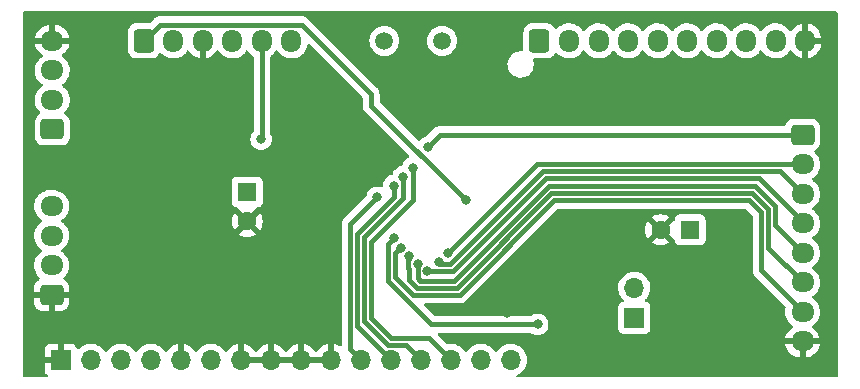
<source format=gbr>
%TF.GenerationSoftware,KiCad,Pcbnew,(6.0.5)*%
%TF.CreationDate,2022-06-13T21:30:09+05:30*%
%TF.ProjectId,pcb-dev-dsPIC30F3011,7063622d-6465-4762-9d64-735049433330,rev?*%
%TF.SameCoordinates,Original*%
%TF.FileFunction,Copper,L2,Bot*%
%TF.FilePolarity,Positive*%
%FSLAX46Y46*%
G04 Gerber Fmt 4.6, Leading zero omitted, Abs format (unit mm)*
G04 Created by KiCad (PCBNEW (6.0.5)) date 2022-06-13 21:30:09*
%MOMM*%
%LPD*%
G01*
G04 APERTURE LIST*
G04 Aperture macros list*
%AMRoundRect*
0 Rectangle with rounded corners*
0 $1 Rounding radius*
0 $2 $3 $4 $5 $6 $7 $8 $9 X,Y pos of 4 corners*
0 Add a 4 corners polygon primitive as box body*
4,1,4,$2,$3,$4,$5,$6,$7,$8,$9,$2,$3,0*
0 Add four circle primitives for the rounded corners*
1,1,$1+$1,$2,$3*
1,1,$1+$1,$4,$5*
1,1,$1+$1,$6,$7*
1,1,$1+$1,$8,$9*
0 Add four rect primitives between the rounded corners*
20,1,$1+$1,$2,$3,$4,$5,0*
20,1,$1+$1,$4,$5,$6,$7,0*
20,1,$1+$1,$6,$7,$8,$9,0*
20,1,$1+$1,$8,$9,$2,$3,0*%
G04 Aperture macros list end*
%TA.AperFunction,ComponentPad*%
%ADD10C,1.500000*%
%TD*%
%TA.AperFunction,ComponentPad*%
%ADD11R,1.700000X1.700000*%
%TD*%
%TA.AperFunction,ComponentPad*%
%ADD12O,1.700000X1.700000*%
%TD*%
%TA.AperFunction,ComponentPad*%
%ADD13RoundRect,0.250000X-0.600000X-0.725000X0.600000X-0.725000X0.600000X0.725000X-0.600000X0.725000X0*%
%TD*%
%TA.AperFunction,ComponentPad*%
%ADD14O,1.700000X1.950000*%
%TD*%
%TA.AperFunction,ComponentPad*%
%ADD15RoundRect,0.250000X0.725000X-0.600000X0.725000X0.600000X-0.725000X0.600000X-0.725000X-0.600000X0*%
%TD*%
%TA.AperFunction,ComponentPad*%
%ADD16O,1.950000X1.700000*%
%TD*%
%TA.AperFunction,ComponentPad*%
%ADD17R,1.600000X1.600000*%
%TD*%
%TA.AperFunction,ComponentPad*%
%ADD18C,1.600000*%
%TD*%
%TA.AperFunction,ComponentPad*%
%ADD19RoundRect,0.250000X-0.725000X0.600000X-0.725000X-0.600000X0.725000X-0.600000X0.725000X0.600000X0*%
%TD*%
%TA.AperFunction,ViaPad*%
%ADD20C,0.800000*%
%TD*%
%TA.AperFunction,Conductor*%
%ADD21C,0.400000*%
%TD*%
G04 APERTURE END LIST*
D10*
%TO.P,Y1,1,1*%
%TO.N,CLKIN*%
X160000000Y-115000000D03*
%TO.P,Y1,2,2*%
%TO.N,CLKOUT*%
X155120000Y-115000000D03*
%TD*%
D11*
%TO.P,JP1,1,A*%
%TO.N,Net-(JP1-Pad1)*%
X176275000Y-138450000D03*
D12*
%TO.P,JP1,2,B*%
%TO.N,PICkit4_MCLR*%
X176275000Y-135910000D03*
%TD*%
D13*
%TO.P,J4,1,Pin_1*%
%TO.N,ADC8*%
X168250000Y-115000000D03*
D14*
%TO.P,J4,2,Pin_2*%
%TO.N,ADC7*%
X170750000Y-115000000D03*
%TO.P,J4,3,Pin_3*%
%TO.N,ADC6*%
X173250000Y-115000000D03*
%TO.P,J4,4,Pin_4*%
%TO.N,ADC5*%
X175750000Y-115000000D03*
%TO.P,J4,5,Pin_5*%
%TO.N,ADC4*%
X178250000Y-115000000D03*
%TO.P,J4,6,Pin_6*%
%TO.N,ADC3*%
X180750000Y-115000000D03*
%TO.P,J4,7,Pin_7*%
%TO.N,ADC2*%
X183250000Y-115000000D03*
%TO.P,J4,8,Pin_8*%
%TO.N,ADC1*%
X185750000Y-115000000D03*
%TO.P,J4,9,Pin_9*%
%TO.N,ADC0*%
X188250000Y-115000000D03*
%TO.P,J4,10,Pin_10*%
%TO.N,GND*%
X190750000Y-115000000D03*
%TD*%
D15*
%TO.P,J2,1,Pin_1*%
%TO.N,UART1_+5V*%
X127000000Y-122500000D03*
D16*
%TO.P,J2,2,Pin_2*%
%TO.N,PICkit4_PGC*%
X127000000Y-120000000D03*
%TO.P,J2,3,Pin_3*%
%TO.N,PICkit4_PGD*%
X127000000Y-117500000D03*
%TO.P,J2,4,Pin_4*%
%TO.N,GND*%
X127000000Y-115000000D03*
%TD*%
D13*
%TO.P,J1,1,~{MCLR}/VPP*%
%TO.N,PICkit4_MCLR*%
X134750000Y-115000000D03*
D14*
%TO.P,J1,2,VDD*%
%TO.N,PICkit4_VDD*%
X137250000Y-115000000D03*
%TO.P,J1,3,VSS*%
%TO.N,GND*%
X139750000Y-115000000D03*
%TO.P,J1,4,PGD/ICSPDAT*%
%TO.N,PICkit4_PGD*%
X142250000Y-115000000D03*
%TO.P,J1,5,PGC/ICSPCLK*%
%TO.N,PICkit4_PGC*%
X144750000Y-115000000D03*
%TO.P,J1,6,PGM/LVP*%
%TO.N,unconnected-(J1-Pad6)*%
X147250000Y-115000000D03*
%TD*%
D17*
%TO.P,C4,1*%
%TO.N,+5V*%
X143500000Y-127794888D03*
D18*
%TO.P,C4,2*%
%TO.N,GND*%
X143500000Y-130294888D03*
%TD*%
D19*
%TO.P,J6,1,Pin_1*%
%TO.N,FAULT*%
X190525000Y-122950000D03*
D16*
%TO.P,J6,2,Pin_2*%
%TO.N,PWM1L*%
X190525000Y-125450000D03*
%TO.P,J6,3,Pin_3*%
%TO.N,PWM1H*%
X190525000Y-127950000D03*
%TO.P,J6,4,Pin_4*%
%TO.N,PWM2L*%
X190525000Y-130450000D03*
%TO.P,J6,5,Pin_5*%
%TO.N,PWM2H*%
X190525000Y-132950000D03*
%TO.P,J6,6,Pin_6*%
%TO.N,PWM3L*%
X190525000Y-135450000D03*
%TO.P,J6,7,Pin_7*%
%TO.N,PWM3H*%
X190525000Y-137950000D03*
%TO.P,J6,8,Pin_8*%
%TO.N,GND*%
X190525000Y-140450000D03*
%TD*%
D15*
%TO.P,J3,1,Pin_1*%
%TO.N,GND*%
X126950000Y-136500000D03*
D16*
%TO.P,J3,2,Pin_2*%
%TO.N,UART2_RX*%
X126950000Y-134000000D03*
%TO.P,J3,3,Pin_3*%
%TO.N,UART2_TX*%
X126950000Y-131500000D03*
%TO.P,J3,4,Pin_4*%
%TO.N,UART2_+5V*%
X126950000Y-129000000D03*
%TD*%
D17*
%TO.P,C3,1*%
%TO.N,Net-(C3-Pad1)*%
X181000000Y-131000000D03*
D18*
%TO.P,C3,2*%
%TO.N,GND*%
X178500000Y-131000000D03*
%TD*%
D11*
%TO.P,J5,1,Pin_1*%
%TO.N,GND*%
X127720000Y-142000000D03*
D12*
%TO.P,J5,2,Pin_2*%
%TO.N,+5V*%
X130260000Y-142000000D03*
%TO.P,J5,3,Pin_3*%
%TO.N,Net-(J5-Pad3)*%
X132800000Y-142000000D03*
%TO.P,J5,4,Pin_4*%
%TO.N,LCD_CS_RS*%
X135340000Y-142000000D03*
%TO.P,J5,5,Pin_5*%
%TO.N,GND*%
X137880000Y-142000000D03*
%TO.P,J5,6,Pin_6*%
%TO.N,LCD_WR_ENABLE*%
X140420000Y-142000000D03*
%TO.P,J5,7,Pin_7*%
%TO.N,GND*%
X142960000Y-142000000D03*
%TO.P,J5,8,Pin_8*%
X145500000Y-142000000D03*
%TO.P,J5,9,Pin_9*%
X148040000Y-142000000D03*
%TO.P,J5,10,Pin_10*%
X150580000Y-142000000D03*
%TO.P,J5,11,Pin_11*%
%TO.N,LCD_DATA0*%
X153120000Y-142000000D03*
%TO.P,J5,12,Pin_12*%
%TO.N,LCD_DATA1*%
X155660000Y-142000000D03*
%TO.P,J5,13,Pin_13*%
%TO.N,LCD_DATA2*%
X158200000Y-142000000D03*
%TO.P,J5,14,Pin_14*%
%TO.N,LCD_DATA3*%
X160740000Y-142000000D03*
%TO.P,J5,15,Pin_15*%
%TO.N,Net-(J5-Pad15)*%
X163280000Y-142000000D03*
%TO.P,J5,16,Pin_16*%
%TO.N,Net-(J5-Pad16)*%
X165820000Y-142000000D03*
%TD*%
D20*
%TO.N,GND*%
X165500000Y-138000000D03*
X138500000Y-136500000D03*
X152000000Y-119500000D03*
X172250000Y-141100000D03*
X150000000Y-137000000D03*
X162700000Y-117900000D03*
X150500000Y-120500000D03*
X164000000Y-119000000D03*
%TO.N,PICkit4_MCLR*%
X162000000Y-128500000D03*
%TO.N,PICkit4_PGC*%
X144678465Y-123321535D03*
%TO.N,LCD_DATA0*%
X154500000Y-128250000D03*
%TO.N,LCD_DATA1*%
X155901000Y-127250000D03*
%TO.N,LCD_DATA2*%
X156700500Y-126500000D03*
%TO.N,LCD_DATA3*%
X157500000Y-125750000D03*
%TO.N,PWM1L*%
X160488996Y-132988996D03*
%TO.N,PWM1H*%
X159750000Y-133701977D03*
%TO.N,PWM2L*%
X158750000Y-134501477D03*
%TO.N,PWM2H*%
X157933711Y-133924695D03*
%TO.N,PWM3L*%
X157222281Y-133222647D03*
%TO.N,PWM3H*%
X156500000Y-132500000D03*
%TO.N,FAULT*%
X158800000Y-124000000D03*
%TO.N,LCD_BACKLIGHT*%
X155900000Y-131700000D03*
X168100000Y-139000000D03*
%TD*%
D21*
%TO.N,PICkit4_MCLR*%
X136124520Y-113625480D02*
X134750000Y-115000000D01*
X162000000Y-128500000D02*
X154000000Y-120500000D01*
X154000000Y-119500000D02*
X148125480Y-113625480D01*
X148125480Y-113625480D02*
X136124520Y-113625480D01*
X154000000Y-120500000D02*
X154000000Y-119500000D01*
%TO.N,PICkit4_PGC*%
X144750000Y-115000000D02*
X144750000Y-123250000D01*
X144750000Y-123250000D02*
X144678465Y-123321535D01*
%TO.N,LCD_DATA0*%
X152201469Y-130548531D02*
X152201469Y-141081469D01*
X152201469Y-141081469D02*
X153120000Y-142000000D01*
X154500000Y-128250000D02*
X152201469Y-130548531D01*
%TO.N,LCD_DATA1*%
X152800980Y-139140980D02*
X152800980Y-131351184D01*
X155660000Y-142000000D02*
X152800980Y-139140980D01*
X155901000Y-128251164D02*
X155901000Y-127250000D01*
X152800980Y-131351184D02*
X155901000Y-128251164D01*
%TO.N,LCD_DATA2*%
X156950489Y-140750489D02*
X155402652Y-140750488D01*
X155402652Y-140750488D02*
X153400490Y-138748326D01*
X156700500Y-128299500D02*
X156700500Y-126500000D01*
X153400490Y-131599510D02*
X156700500Y-128299500D01*
X158200000Y-142000000D02*
X156950489Y-140750489D01*
X153400490Y-138748326D02*
X153400490Y-131599510D01*
%TO.N,LCD_DATA3*%
X154000000Y-138500000D02*
X155650978Y-140150978D01*
X157500000Y-128500000D02*
X154000000Y-132000000D01*
X157500000Y-125750000D02*
X157500000Y-128500000D01*
X154000000Y-132000000D02*
X154000000Y-138500000D01*
X155650978Y-140150978D02*
X158890978Y-140150978D01*
X158890978Y-140150978D02*
X160740000Y-142000000D01*
%TO.N,PWM1L*%
X168050000Y-125450000D02*
X160511004Y-132988996D01*
X190525000Y-125450000D02*
X168050000Y-125450000D01*
X160511004Y-132988996D02*
X160488996Y-132988996D01*
%TO.N,PWM1H*%
X188624511Y-126049511D02*
X168559145Y-126049511D01*
X190525000Y-127950000D02*
X188624511Y-126049511D01*
X160706689Y-133901967D02*
X159949990Y-133901967D01*
X168559145Y-126049511D02*
X160706689Y-133901967D01*
X159949990Y-133901967D02*
X159750000Y-133701977D01*
%TO.N,PWM2L*%
X190525000Y-130450000D02*
X190525000Y-130325000D01*
X190525000Y-130325000D02*
X186849022Y-126649022D01*
X186849022Y-126649022D02*
X168807470Y-126649022D01*
X168807470Y-126649022D02*
X160955014Y-134501478D01*
X160955014Y-134501478D02*
X158750000Y-134501477D01*
%TO.N,PWM2H*%
X157933711Y-135085875D02*
X158148813Y-135300977D01*
X185205024Y-127248532D02*
X185255023Y-127298531D01*
X186494203Y-127298531D02*
X188199022Y-129003350D01*
X158148813Y-135300977D02*
X161003350Y-135300978D01*
X188199022Y-130624022D02*
X190525000Y-132950000D01*
X188199022Y-129003350D02*
X188199022Y-130624022D01*
X169055796Y-127248532D02*
X185205024Y-127248532D01*
X157933711Y-133924695D02*
X157933711Y-135085875D01*
X185255023Y-127298531D02*
X186494203Y-127298531D01*
X161003350Y-135300978D02*
X169055796Y-127248532D01*
%TO.N,PWM3L*%
X157222281Y-133222647D02*
X157222281Y-133505459D01*
X187599511Y-132524511D02*
X190525000Y-135450000D01*
X157900488Y-135900488D02*
X161251676Y-135900488D01*
X161251676Y-135900488D02*
X169254124Y-127898040D01*
X157222281Y-133505459D02*
X157134210Y-133593530D01*
X169254124Y-127898040D02*
X186245876Y-127898040D01*
X157134210Y-134255860D02*
X157222281Y-134343931D01*
X157134210Y-133593530D02*
X157134210Y-134255860D01*
X187599511Y-129251675D02*
X187599511Y-132524511D01*
X157222281Y-134343931D02*
X157222281Y-135222281D01*
X186245876Y-127898040D02*
X187599511Y-129251675D01*
X157222281Y-135222281D02*
X157900488Y-135900488D01*
%TO.N,PWM3H*%
X187000000Y-129500000D02*
X185997551Y-128497551D01*
X187000000Y-134425000D02*
X187000000Y-129500000D01*
X161500000Y-136500000D02*
X157500000Y-136500000D01*
X156000000Y-135000000D02*
X156000000Y-133000000D01*
X169502449Y-128497551D02*
X161500000Y-136500000D01*
X157500000Y-136500000D02*
X156000000Y-135000000D01*
X185997551Y-128497551D02*
X169502449Y-128497551D01*
X156000000Y-133000000D02*
X156500000Y-132500000D01*
X190525000Y-137950000D02*
X187000000Y-134425000D01*
%TO.N,FAULT*%
X159800000Y-122950000D02*
X190525000Y-122950000D01*
X158800000Y-123950000D02*
X159800000Y-122950000D01*
X158800000Y-124000000D02*
X158800000Y-123950000D01*
%TO.N,LCD_BACKLIGHT*%
X155400000Y-132200000D02*
X155400000Y-135300000D01*
X159100000Y-139000000D02*
X155400000Y-135300000D01*
X155900000Y-131700000D02*
X155400000Y-132200000D01*
X168100000Y-139000000D02*
X159100000Y-139000000D01*
%TD*%
%TA.AperFunction,Conductor*%
%TO.N,GND*%
G36*
X193433621Y-112528502D02*
G01*
X193480114Y-112582158D01*
X193491500Y-112634500D01*
X193491500Y-143365500D01*
X193471498Y-143433621D01*
X193417842Y-143480114D01*
X193365500Y-143491500D01*
X166407160Y-143491500D01*
X166339039Y-143471498D01*
X166292546Y-143417842D01*
X166282442Y-143347568D01*
X166311936Y-143282988D01*
X166351728Y-143252349D01*
X166513346Y-143173173D01*
X166517994Y-143170896D01*
X166699860Y-143041173D01*
X166858096Y-142883489D01*
X166988453Y-142702077D01*
X167001995Y-142674678D01*
X167085136Y-142506453D01*
X167085137Y-142506451D01*
X167087430Y-142501811D01*
X167152370Y-142288069D01*
X167181529Y-142066590D01*
X167183156Y-142000000D01*
X167164852Y-141777361D01*
X167110431Y-141560702D01*
X167021354Y-141355840D01*
X166951888Y-141248462D01*
X166902822Y-141172617D01*
X166902820Y-141172614D01*
X166900014Y-141168277D01*
X166749670Y-141003051D01*
X166745619Y-140999852D01*
X166745615Y-140999848D01*
X166578414Y-140867800D01*
X166578410Y-140867798D01*
X166574359Y-140864598D01*
X166538028Y-140844542D01*
X166446970Y-140794276D01*
X166378789Y-140756638D01*
X166373920Y-140754914D01*
X166373916Y-140754912D01*
X166271317Y-140718580D01*
X189068752Y-140718580D01*
X189093477Y-140836421D01*
X189096537Y-140846617D01*
X189177263Y-141051029D01*
X189181994Y-141060561D01*
X189296016Y-141248462D01*
X189302280Y-141257052D01*
X189446327Y-141423052D01*
X189453958Y-141430472D01*
X189623911Y-141569826D01*
X189632678Y-141575850D01*
X189823682Y-141684576D01*
X189833346Y-141689041D01*
X190039941Y-141764031D01*
X190050208Y-141766802D01*
X190253174Y-141803504D01*
X190266414Y-141802085D01*
X190271000Y-141787450D01*
X190271000Y-141783849D01*
X190779000Y-141783849D01*
X190783310Y-141798527D01*
X190795193Y-141800590D01*
X190874325Y-141793876D01*
X190884797Y-141792086D01*
X191097535Y-141736870D01*
X191107575Y-141733335D01*
X191307970Y-141643063D01*
X191317256Y-141637894D01*
X191499575Y-141515150D01*
X191507870Y-141508481D01*
X191666900Y-141356772D01*
X191673941Y-141348814D01*
X191805141Y-141172475D01*
X191810745Y-141163438D01*
X191910357Y-140967516D01*
X191914357Y-140957665D01*
X191979534Y-140747760D01*
X191981817Y-140737376D01*
X191983861Y-140721957D01*
X191981665Y-140707793D01*
X191968478Y-140704000D01*
X190797115Y-140704000D01*
X190781876Y-140708475D01*
X190780671Y-140709865D01*
X190779000Y-140717548D01*
X190779000Y-141783849D01*
X190271000Y-141783849D01*
X190271000Y-140722115D01*
X190266525Y-140706876D01*
X190265135Y-140705671D01*
X190257452Y-140704000D01*
X189083808Y-140704000D01*
X189070277Y-140707973D01*
X189068752Y-140718580D01*
X166271317Y-140718580D01*
X166173087Y-140683795D01*
X166173083Y-140683794D01*
X166168212Y-140682069D01*
X166163119Y-140681162D01*
X166163116Y-140681161D01*
X165953373Y-140643800D01*
X165953367Y-140643799D01*
X165948284Y-140642894D01*
X165874452Y-140641992D01*
X165730081Y-140640228D01*
X165730079Y-140640228D01*
X165724911Y-140640165D01*
X165504091Y-140673955D01*
X165291756Y-140743357D01*
X165093607Y-140846507D01*
X165089474Y-140849610D01*
X165089471Y-140849612D01*
X164919100Y-140977530D01*
X164914965Y-140980635D01*
X164760629Y-141142138D01*
X164653201Y-141299621D01*
X164598293Y-141344621D01*
X164527768Y-141352792D01*
X164464021Y-141321538D01*
X164443324Y-141297054D01*
X164362822Y-141172617D01*
X164362820Y-141172614D01*
X164360014Y-141168277D01*
X164209670Y-141003051D01*
X164205619Y-140999852D01*
X164205615Y-140999848D01*
X164038414Y-140867800D01*
X164038410Y-140867798D01*
X164034359Y-140864598D01*
X163998028Y-140844542D01*
X163906970Y-140794276D01*
X163838789Y-140756638D01*
X163833920Y-140754914D01*
X163833916Y-140754912D01*
X163633087Y-140683795D01*
X163633083Y-140683794D01*
X163628212Y-140682069D01*
X163623119Y-140681162D01*
X163623116Y-140681161D01*
X163413373Y-140643800D01*
X163413367Y-140643799D01*
X163408284Y-140642894D01*
X163334452Y-140641992D01*
X163190081Y-140640228D01*
X163190079Y-140640228D01*
X163184911Y-140640165D01*
X162964091Y-140673955D01*
X162751756Y-140743357D01*
X162553607Y-140846507D01*
X162549474Y-140849610D01*
X162549471Y-140849612D01*
X162379100Y-140977530D01*
X162374965Y-140980635D01*
X162220629Y-141142138D01*
X162113201Y-141299621D01*
X162058293Y-141344621D01*
X161987768Y-141352792D01*
X161924021Y-141321538D01*
X161903324Y-141297054D01*
X161822822Y-141172617D01*
X161822820Y-141172614D01*
X161820014Y-141168277D01*
X161669670Y-141003051D01*
X161665619Y-140999852D01*
X161665615Y-140999848D01*
X161498414Y-140867800D01*
X161498410Y-140867798D01*
X161494359Y-140864598D01*
X161458028Y-140844542D01*
X161366970Y-140794276D01*
X161298789Y-140756638D01*
X161293920Y-140754914D01*
X161293916Y-140754912D01*
X161093087Y-140683795D01*
X161093083Y-140683794D01*
X161088212Y-140682069D01*
X161083119Y-140681162D01*
X161083116Y-140681161D01*
X160873373Y-140643800D01*
X160873367Y-140643799D01*
X160868284Y-140642894D01*
X160794452Y-140641992D01*
X160650081Y-140640228D01*
X160650079Y-140640228D01*
X160644911Y-140640165D01*
X160480059Y-140665391D01*
X160409698Y-140655923D01*
X160371906Y-140629936D01*
X159665565Y-139923595D01*
X159631539Y-139861283D01*
X159636604Y-139790468D01*
X159679151Y-139733632D01*
X159745671Y-139708821D01*
X159754660Y-139708500D01*
X167488595Y-139708500D01*
X167556716Y-139728502D01*
X167562656Y-139732564D01*
X167643248Y-139791118D01*
X167649276Y-139793802D01*
X167649278Y-139793803D01*
X167800842Y-139861283D01*
X167817712Y-139868794D01*
X167911112Y-139888647D01*
X167998056Y-139907128D01*
X167998061Y-139907128D01*
X168004513Y-139908500D01*
X168195487Y-139908500D01*
X168201939Y-139907128D01*
X168201944Y-139907128D01*
X168288888Y-139888647D01*
X168382288Y-139868794D01*
X168399158Y-139861283D01*
X168550722Y-139793803D01*
X168550724Y-139793802D01*
X168556752Y-139791118D01*
X168711253Y-139678866D01*
X168823781Y-139553891D01*
X168834621Y-139541852D01*
X168834622Y-139541851D01*
X168839040Y-139536944D01*
X168934527Y-139371556D01*
X168993542Y-139189928D01*
X169003853Y-139091829D01*
X169012814Y-139006565D01*
X169013504Y-139000000D01*
X168998485Y-138857103D01*
X168994232Y-138816635D01*
X168994232Y-138816633D01*
X168993542Y-138810072D01*
X168934527Y-138628444D01*
X168839040Y-138463056D01*
X168725154Y-138336572D01*
X168715675Y-138326045D01*
X168715674Y-138326044D01*
X168711253Y-138321134D01*
X168556752Y-138208882D01*
X168550724Y-138206198D01*
X168550722Y-138206197D01*
X168388319Y-138133891D01*
X168388318Y-138133891D01*
X168382288Y-138131206D01*
X168286413Y-138110827D01*
X168201944Y-138092872D01*
X168201939Y-138092872D01*
X168195487Y-138091500D01*
X168004513Y-138091500D01*
X167998061Y-138092872D01*
X167998056Y-138092872D01*
X167913587Y-138110827D01*
X167817712Y-138131206D01*
X167811682Y-138133891D01*
X167811681Y-138133891D01*
X167649278Y-138206197D01*
X167649276Y-138206198D01*
X167643248Y-138208882D01*
X167637907Y-138212762D01*
X167637906Y-138212763D01*
X167562656Y-138267436D01*
X167495789Y-138291294D01*
X167488595Y-138291500D01*
X159445660Y-138291500D01*
X159377539Y-138271498D01*
X159356565Y-138254595D01*
X158525565Y-137423595D01*
X158491539Y-137361283D01*
X158496604Y-137290468D01*
X158539151Y-137233632D01*
X158605671Y-137208821D01*
X158614660Y-137208500D01*
X161471088Y-137208500D01*
X161479658Y-137208792D01*
X161529776Y-137212209D01*
X161529780Y-137212209D01*
X161537352Y-137212725D01*
X161544829Y-137211420D01*
X161544830Y-137211420D01*
X161571308Y-137206799D01*
X161600303Y-137201738D01*
X161606821Y-137200777D01*
X161670242Y-137193102D01*
X161677343Y-137190419D01*
X161679952Y-137189778D01*
X161696262Y-137185315D01*
X161698798Y-137184550D01*
X161706284Y-137183243D01*
X161764800Y-137157556D01*
X161770904Y-137155065D01*
X161823548Y-137135173D01*
X161823549Y-137135172D01*
X161830656Y-137132487D01*
X161836919Y-137128183D01*
X161839285Y-137126946D01*
X161854097Y-137118701D01*
X161856351Y-137117368D01*
X161863305Y-137114315D01*
X161914002Y-137075413D01*
X161919332Y-137071541D01*
X161965720Y-137039661D01*
X161965725Y-137039656D01*
X161971981Y-137035357D01*
X161984710Y-137021071D01*
X162013435Y-136988830D01*
X162018416Y-136983554D01*
X163125275Y-135876695D01*
X174912251Y-135876695D01*
X174912548Y-135881848D01*
X174912548Y-135881851D01*
X174918011Y-135976590D01*
X174925110Y-136099715D01*
X174926247Y-136104761D01*
X174926248Y-136104767D01*
X174940602Y-136168458D01*
X174974222Y-136317639D01*
X175012461Y-136411811D01*
X175051876Y-136508878D01*
X175058266Y-136524616D01*
X175174987Y-136715088D01*
X175321250Y-136883938D01*
X175325230Y-136887242D01*
X175329981Y-136891187D01*
X175369616Y-136950090D01*
X175371113Y-137021071D01*
X175333997Y-137081593D01*
X175293724Y-137106112D01*
X175178295Y-137149385D01*
X175061739Y-137236739D01*
X174974385Y-137353295D01*
X174923255Y-137489684D01*
X174916500Y-137551866D01*
X174916500Y-139348134D01*
X174923255Y-139410316D01*
X174974385Y-139546705D01*
X175061739Y-139663261D01*
X175178295Y-139750615D01*
X175314684Y-139801745D01*
X175376866Y-139808500D01*
X177173134Y-139808500D01*
X177235316Y-139801745D01*
X177371705Y-139750615D01*
X177488261Y-139663261D01*
X177575615Y-139546705D01*
X177626745Y-139410316D01*
X177633500Y-139348134D01*
X177633500Y-137551866D01*
X177626745Y-137489684D01*
X177575615Y-137353295D01*
X177488261Y-137236739D01*
X177371705Y-137149385D01*
X177326630Y-137132487D01*
X177253203Y-137104960D01*
X177196439Y-137062318D01*
X177171739Y-136995756D01*
X177186947Y-136926408D01*
X177208493Y-136897727D01*
X177282741Y-136823738D01*
X177313096Y-136793489D01*
X177331737Y-136767548D01*
X177440435Y-136616277D01*
X177443453Y-136612077D01*
X177542430Y-136411811D01*
X177607370Y-136198069D01*
X177636529Y-135976590D01*
X177638156Y-135910000D01*
X177619852Y-135687361D01*
X177565431Y-135470702D01*
X177476354Y-135265840D01*
X177392768Y-135136636D01*
X177357822Y-135082617D01*
X177357820Y-135082614D01*
X177355014Y-135078277D01*
X177204670Y-134913051D01*
X177200619Y-134909852D01*
X177200615Y-134909848D01*
X177033414Y-134777800D01*
X177033410Y-134777798D01*
X177029359Y-134774598D01*
X177023061Y-134771121D01*
X176886804Y-134695904D01*
X176833789Y-134666638D01*
X176828920Y-134664914D01*
X176828916Y-134664912D01*
X176628087Y-134593795D01*
X176628083Y-134593794D01*
X176623212Y-134592069D01*
X176618119Y-134591162D01*
X176618116Y-134591161D01*
X176408373Y-134553800D01*
X176408367Y-134553799D01*
X176403284Y-134552894D01*
X176329452Y-134551992D01*
X176185081Y-134550228D01*
X176185079Y-134550228D01*
X176179911Y-134550165D01*
X175959091Y-134583955D01*
X175746756Y-134653357D01*
X175548607Y-134756507D01*
X175544474Y-134759610D01*
X175544471Y-134759612D01*
X175374100Y-134887530D01*
X175369965Y-134890635D01*
X175215629Y-135052138D01*
X175212715Y-135056410D01*
X175212714Y-135056411D01*
X175157988Y-135136636D01*
X175089743Y-135236680D01*
X174995688Y-135439305D01*
X174935989Y-135654570D01*
X174935440Y-135659707D01*
X174934456Y-135668913D01*
X174912251Y-135876695D01*
X163125275Y-135876695D01*
X166915908Y-132086062D01*
X177778493Y-132086062D01*
X177787789Y-132098077D01*
X177838994Y-132133931D01*
X177848489Y-132139414D01*
X178045947Y-132231490D01*
X178056239Y-132235236D01*
X178266688Y-132291625D01*
X178277481Y-132293528D01*
X178494525Y-132312517D01*
X178505475Y-132312517D01*
X178722519Y-132293528D01*
X178733312Y-132291625D01*
X178943761Y-132235236D01*
X178954053Y-132231490D01*
X179151511Y-132139414D01*
X179161006Y-132133931D01*
X179213048Y-132097491D01*
X179221424Y-132087012D01*
X179214356Y-132073566D01*
X178512812Y-131372022D01*
X178498868Y-131364408D01*
X178497035Y-131364539D01*
X178490420Y-131368790D01*
X177784923Y-132074287D01*
X177778493Y-132086062D01*
X166915908Y-132086062D01*
X167996495Y-131005475D01*
X177187483Y-131005475D01*
X177206472Y-131222519D01*
X177208375Y-131233312D01*
X177264764Y-131443761D01*
X177268510Y-131454053D01*
X177360586Y-131651511D01*
X177366069Y-131661006D01*
X177402509Y-131713048D01*
X177412988Y-131721424D01*
X177426434Y-131714356D01*
X178127978Y-131012812D01*
X178134356Y-131001132D01*
X178864408Y-131001132D01*
X178864539Y-131002965D01*
X178868790Y-131009580D01*
X179574287Y-131715077D01*
X179616029Y-131737871D01*
X179626029Y-131740047D01*
X179676227Y-131790253D01*
X179691451Y-131843814D01*
X179691500Y-131844717D01*
X179691500Y-131848134D01*
X179698255Y-131910316D01*
X179749385Y-132046705D01*
X179836739Y-132163261D01*
X179953295Y-132250615D01*
X180089684Y-132301745D01*
X180151866Y-132308500D01*
X181848134Y-132308500D01*
X181910316Y-132301745D01*
X182046705Y-132250615D01*
X182163261Y-132163261D01*
X182250615Y-132046705D01*
X182301745Y-131910316D01*
X182308500Y-131848134D01*
X182308500Y-130151866D01*
X182301745Y-130089684D01*
X182250615Y-129953295D01*
X182163261Y-129836739D01*
X182046705Y-129749385D01*
X181910316Y-129698255D01*
X181848134Y-129691500D01*
X180151866Y-129691500D01*
X180089684Y-129698255D01*
X179953295Y-129749385D01*
X179836739Y-129836739D01*
X179749385Y-129953295D01*
X179698255Y-130089684D01*
X179691500Y-130151866D01*
X179691500Y-130155185D01*
X179667847Y-130222110D01*
X179621844Y-130257804D01*
X179622859Y-130259734D01*
X179612000Y-130265442D01*
X179611755Y-130265632D01*
X179611597Y-130265653D01*
X179573566Y-130285644D01*
X178872022Y-130987188D01*
X178864408Y-131001132D01*
X178134356Y-131001132D01*
X178135592Y-130998868D01*
X178135461Y-130997035D01*
X178131210Y-130990420D01*
X177425713Y-130284923D01*
X177413938Y-130278493D01*
X177401923Y-130287789D01*
X177366069Y-130338994D01*
X177360586Y-130348489D01*
X177268510Y-130545947D01*
X177264764Y-130556239D01*
X177208375Y-130766688D01*
X177206472Y-130777481D01*
X177187483Y-130994525D01*
X177187483Y-131005475D01*
X167996495Y-131005475D01*
X169088982Y-129912988D01*
X177778576Y-129912988D01*
X177785644Y-129926434D01*
X178487188Y-130627978D01*
X178501132Y-130635592D01*
X178502965Y-130635461D01*
X178509580Y-130631210D01*
X179215077Y-129925713D01*
X179221507Y-129913938D01*
X179212211Y-129901923D01*
X179161006Y-129866069D01*
X179151511Y-129860586D01*
X178954053Y-129768510D01*
X178943761Y-129764764D01*
X178733312Y-129708375D01*
X178722519Y-129706472D01*
X178505475Y-129687483D01*
X178494525Y-129687483D01*
X178277481Y-129706472D01*
X178266688Y-129708375D01*
X178056239Y-129764764D01*
X178045947Y-129768510D01*
X177848489Y-129860586D01*
X177838994Y-129866069D01*
X177786952Y-129902509D01*
X177778576Y-129912988D01*
X169088982Y-129912988D01*
X169759014Y-129242956D01*
X169821326Y-129208930D01*
X169848109Y-129206051D01*
X185651891Y-129206051D01*
X185720012Y-129226053D01*
X185740986Y-129242956D01*
X186254595Y-129756565D01*
X186288621Y-129818877D01*
X186291500Y-129845660D01*
X186291500Y-134396088D01*
X186291208Y-134404658D01*
X186287275Y-134462352D01*
X186288580Y-134469829D01*
X186288580Y-134469830D01*
X186293201Y-134496308D01*
X186296106Y-134512949D01*
X186298261Y-134525299D01*
X186299223Y-134531821D01*
X186306898Y-134595242D01*
X186309581Y-134602343D01*
X186310222Y-134604952D01*
X186314685Y-134621262D01*
X186315450Y-134623798D01*
X186316757Y-134631284D01*
X186326447Y-134653357D01*
X186342442Y-134689795D01*
X186344933Y-134695899D01*
X186367513Y-134755656D01*
X186371817Y-134761919D01*
X186373054Y-134764285D01*
X186381299Y-134779097D01*
X186382632Y-134781351D01*
X186385685Y-134788305D01*
X186397205Y-134803317D01*
X186424579Y-134838991D01*
X186428459Y-134844332D01*
X186460339Y-134890720D01*
X186460344Y-134890725D01*
X186464643Y-134896981D01*
X186470313Y-134902032D01*
X186470314Y-134902034D01*
X186511170Y-134938435D01*
X186516446Y-134943416D01*
X189052946Y-137479916D01*
X189086972Y-137542228D01*
X189084183Y-137606375D01*
X189068393Y-137657227D01*
X189067692Y-137662516D01*
X189041827Y-137857672D01*
X189038102Y-137885774D01*
X189046751Y-138116158D01*
X189094093Y-138341791D01*
X189178776Y-138556221D01*
X189298377Y-138753317D01*
X189301874Y-138757347D01*
X189388438Y-138857103D01*
X189449477Y-138927445D01*
X189453608Y-138930832D01*
X189623627Y-139070240D01*
X189623633Y-139070244D01*
X189627755Y-139073624D01*
X189632398Y-139076267D01*
X189659735Y-139091829D01*
X189709041Y-139142912D01*
X189722902Y-139212542D01*
X189696918Y-139278613D01*
X189667768Y-139305851D01*
X189550422Y-139384852D01*
X189542130Y-139391519D01*
X189383100Y-139543228D01*
X189376059Y-139551186D01*
X189244859Y-139727525D01*
X189239255Y-139736562D01*
X189139643Y-139932484D01*
X189135643Y-139942335D01*
X189070466Y-140152240D01*
X189068183Y-140162624D01*
X189066139Y-140178043D01*
X189068335Y-140192207D01*
X189081522Y-140196000D01*
X191966192Y-140196000D01*
X191979723Y-140192027D01*
X191981248Y-140181420D01*
X191956523Y-140063579D01*
X191953463Y-140053383D01*
X191872737Y-139848971D01*
X191868006Y-139839439D01*
X191753984Y-139651538D01*
X191747720Y-139642948D01*
X191603673Y-139476948D01*
X191596042Y-139469528D01*
X191426089Y-139330174D01*
X191417326Y-139324152D01*
X191390289Y-139308762D01*
X191340982Y-139257680D01*
X191327120Y-139188049D01*
X191353103Y-139121978D01*
X191382253Y-139094739D01*
X191435532Y-139058869D01*
X191504319Y-139012559D01*
X191510603Y-139006565D01*
X191667278Y-138857103D01*
X191671135Y-138853424D01*
X191808754Y-138668458D01*
X191913240Y-138462949D01*
X191949321Y-138346752D01*
X191980024Y-138247871D01*
X191981607Y-138242773D01*
X191982308Y-138237484D01*
X192011198Y-138019511D01*
X192011198Y-138019506D01*
X192011898Y-138014226D01*
X192003249Y-137783842D01*
X191955907Y-137558209D01*
X191953402Y-137551866D01*
X191873185Y-137348744D01*
X191873184Y-137348742D01*
X191871224Y-137343779D01*
X191806271Y-137236739D01*
X191754390Y-137151243D01*
X191751623Y-137146683D01*
X191719525Y-137109693D01*
X191604023Y-136976588D01*
X191604021Y-136976586D01*
X191600523Y-136972555D01*
X191501288Y-136891187D01*
X191426373Y-136829760D01*
X191426367Y-136829756D01*
X191422245Y-136826376D01*
X191390750Y-136808448D01*
X191341445Y-136757368D01*
X191327583Y-136687738D01*
X191353566Y-136621667D01*
X191382716Y-136594427D01*
X191398398Y-136583870D01*
X191504319Y-136512559D01*
X191671135Y-136353424D01*
X191808754Y-136168458D01*
X191913240Y-135962949D01*
X191928235Y-135914660D01*
X191980024Y-135747871D01*
X191981607Y-135742773D01*
X191989616Y-135682342D01*
X192011198Y-135519511D01*
X192011198Y-135519506D01*
X192011898Y-135514226D01*
X192010453Y-135475720D01*
X192003449Y-135289173D01*
X192003249Y-135283842D01*
X192000469Y-135270590D01*
X191957002Y-135063428D01*
X191955907Y-135058209D01*
X191953948Y-135053248D01*
X191873185Y-134848744D01*
X191873184Y-134848742D01*
X191871224Y-134843779D01*
X191849117Y-134807347D01*
X191754390Y-134651243D01*
X191751623Y-134646683D01*
X191744297Y-134638241D01*
X191604023Y-134476588D01*
X191604021Y-134476586D01*
X191600523Y-134472555D01*
X191517717Y-134404658D01*
X191426373Y-134329760D01*
X191426367Y-134329756D01*
X191422245Y-134326376D01*
X191390750Y-134308448D01*
X191341445Y-134257368D01*
X191327583Y-134187738D01*
X191353566Y-134121667D01*
X191382716Y-134094427D01*
X191427575Y-134064226D01*
X191504319Y-134012559D01*
X191671135Y-133853424D01*
X191685705Y-133833842D01*
X191805568Y-133672740D01*
X191808754Y-133668458D01*
X191841909Y-133603248D01*
X191910822Y-133467704D01*
X191913240Y-133462949D01*
X191916264Y-133453212D01*
X191980024Y-133247871D01*
X191981607Y-133242773D01*
X191991153Y-133170751D01*
X192011198Y-133019511D01*
X192011198Y-133019506D01*
X192011898Y-133014226D01*
X192008904Y-132934461D01*
X192003977Y-132803246D01*
X192003249Y-132783842D01*
X191955907Y-132558209D01*
X191925349Y-132480832D01*
X191873185Y-132348744D01*
X191873184Y-132348742D01*
X191871224Y-132343779D01*
X191853786Y-132315041D01*
X191754390Y-132151243D01*
X191751623Y-132146683D01*
X191728644Y-132120202D01*
X191604023Y-131976588D01*
X191604021Y-131976586D01*
X191600523Y-131972555D01*
X191508075Y-131896752D01*
X191426373Y-131829760D01*
X191426367Y-131829756D01*
X191422245Y-131826376D01*
X191390750Y-131808448D01*
X191341445Y-131757368D01*
X191327583Y-131687738D01*
X191353566Y-131621667D01*
X191382716Y-131594427D01*
X191427575Y-131564226D01*
X191504319Y-131512559D01*
X191671135Y-131353424D01*
X191685705Y-131333842D01*
X191805568Y-131172740D01*
X191808754Y-131168458D01*
X191841909Y-131103248D01*
X191885631Y-131017251D01*
X191913240Y-130962949D01*
X191928824Y-130912763D01*
X191980024Y-130747871D01*
X191981607Y-130742773D01*
X191982308Y-130737484D01*
X192011198Y-130519511D01*
X192011198Y-130519506D01*
X192011898Y-130514226D01*
X192011504Y-130503717D01*
X192005173Y-130335104D01*
X192003249Y-130283842D01*
X191955907Y-130058209D01*
X191945926Y-130032935D01*
X191873185Y-129848744D01*
X191873184Y-129848742D01*
X191871224Y-129843779D01*
X191849117Y-129807347D01*
X191754390Y-129651243D01*
X191751623Y-129646683D01*
X191600523Y-129472555D01*
X191558970Y-129438484D01*
X191426373Y-129329760D01*
X191426367Y-129329756D01*
X191422245Y-129326376D01*
X191390750Y-129308448D01*
X191341445Y-129257368D01*
X191327583Y-129187738D01*
X191353566Y-129121667D01*
X191382716Y-129094427D01*
X191427575Y-129064226D01*
X191504319Y-129012559D01*
X191535775Y-128982552D01*
X191601340Y-128920005D01*
X191671135Y-128853424D01*
X191685705Y-128833842D01*
X191792780Y-128689928D01*
X191808754Y-128668458D01*
X191819960Y-128646419D01*
X191875472Y-128537233D01*
X191913240Y-128462949D01*
X191933177Y-128398744D01*
X191980024Y-128247871D01*
X191981607Y-128242773D01*
X191989570Y-128182695D01*
X192011198Y-128019511D01*
X192011198Y-128019506D01*
X192011898Y-128014226D01*
X192008904Y-127934461D01*
X192006850Y-127879760D01*
X192003249Y-127783842D01*
X191955907Y-127558209D01*
X191938039Y-127512964D01*
X191873185Y-127348744D01*
X191873184Y-127348742D01*
X191871224Y-127343779D01*
X191814318Y-127250000D01*
X191754390Y-127151243D01*
X191751623Y-127146683D01*
X191676466Y-127060072D01*
X191604023Y-126976588D01*
X191604021Y-126976586D01*
X191600523Y-126972555D01*
X191525200Y-126910794D01*
X191426373Y-126829760D01*
X191426367Y-126829756D01*
X191422245Y-126826376D01*
X191390750Y-126808448D01*
X191341445Y-126757368D01*
X191327583Y-126687738D01*
X191353566Y-126621667D01*
X191382716Y-126594427D01*
X191461894Y-126541121D01*
X191504319Y-126512559D01*
X191521765Y-126495917D01*
X191643453Y-126379831D01*
X191671135Y-126353424D01*
X191808754Y-126168458D01*
X191825905Y-126134726D01*
X191910822Y-125967704D01*
X191913240Y-125962949D01*
X191920389Y-125939928D01*
X191980024Y-125747871D01*
X191981607Y-125742773D01*
X191982308Y-125737484D01*
X192011198Y-125519511D01*
X192011198Y-125519506D01*
X192011898Y-125514226D01*
X192003249Y-125283842D01*
X191955907Y-125058209D01*
X191918653Y-124963876D01*
X191873185Y-124848744D01*
X191873184Y-124848742D01*
X191871224Y-124843779D01*
X191866313Y-124835685D01*
X191754390Y-124651243D01*
X191751623Y-124646683D01*
X191664755Y-124546576D01*
X191604023Y-124476588D01*
X191604021Y-124476586D01*
X191600523Y-124472555D01*
X191564880Y-124443330D01*
X191524886Y-124384671D01*
X191522954Y-124313701D01*
X191559698Y-124252952D01*
X191578468Y-124238752D01*
X191718120Y-124152332D01*
X191724348Y-124148478D01*
X191849305Y-124023303D01*
X191942115Y-123872738D01*
X191997797Y-123704861D01*
X192008500Y-123600400D01*
X192008500Y-122299600D01*
X192005409Y-122269809D01*
X191998238Y-122200692D01*
X191998237Y-122200688D01*
X191997526Y-122193834D01*
X191941550Y-122026054D01*
X191848478Y-121875652D01*
X191723303Y-121750695D01*
X191714290Y-121745139D01*
X191578968Y-121661725D01*
X191578966Y-121661724D01*
X191572738Y-121657885D01*
X191412254Y-121604655D01*
X191411389Y-121604368D01*
X191411387Y-121604368D01*
X191404861Y-121602203D01*
X191398025Y-121601503D01*
X191398022Y-121601502D01*
X191354969Y-121597091D01*
X191300400Y-121591500D01*
X189749600Y-121591500D01*
X189746354Y-121591837D01*
X189746350Y-121591837D01*
X189650692Y-121601762D01*
X189650688Y-121601763D01*
X189643834Y-121602474D01*
X189637298Y-121604655D01*
X189637296Y-121604655D01*
X189505194Y-121648728D01*
X189476054Y-121658450D01*
X189325652Y-121751522D01*
X189200695Y-121876697D01*
X189107885Y-122027262D01*
X189105581Y-122034209D01*
X189065461Y-122155167D01*
X189025031Y-122213527D01*
X188959466Y-122240764D01*
X188945868Y-122241500D01*
X159828927Y-122241500D01*
X159820358Y-122241208D01*
X159770225Y-122237790D01*
X159770221Y-122237790D01*
X159762648Y-122237274D01*
X159699681Y-122248264D01*
X159693169Y-122249224D01*
X159629758Y-122256898D01*
X159622657Y-122259581D01*
X159620048Y-122260222D01*
X159603728Y-122264687D01*
X159601195Y-122265452D01*
X159593717Y-122266757D01*
X159535190Y-122292448D01*
X159529108Y-122294930D01*
X159508753Y-122302622D01*
X159476449Y-122314828D01*
X159476447Y-122314829D01*
X159469344Y-122317513D01*
X159463085Y-122321814D01*
X159460720Y-122323051D01*
X159445948Y-122331273D01*
X159443656Y-122332628D01*
X159436695Y-122335684D01*
X159430668Y-122340309D01*
X159430664Y-122340311D01*
X159385987Y-122374593D01*
X159380662Y-122378462D01*
X159328019Y-122414643D01*
X159322967Y-122420313D01*
X159322966Y-122420314D01*
X159286572Y-122461162D01*
X159281591Y-122466438D01*
X158669968Y-123078061D01*
X158607070Y-123112212D01*
X158524170Y-123129833D01*
X158524168Y-123129834D01*
X158517712Y-123131206D01*
X158467419Y-123153598D01*
X158349278Y-123206197D01*
X158349276Y-123206198D01*
X158343248Y-123208882D01*
X158188747Y-123321134D01*
X158104350Y-123414867D01*
X158043905Y-123452105D01*
X157972921Y-123450753D01*
X157921620Y-123419650D01*
X154745405Y-120243435D01*
X154711379Y-120181123D01*
X154708500Y-120154340D01*
X154708500Y-119528927D01*
X154708792Y-119520358D01*
X154712210Y-119470225D01*
X154712210Y-119470221D01*
X154712726Y-119462648D01*
X154701736Y-119399681D01*
X154700775Y-119393165D01*
X154694014Y-119337298D01*
X154693102Y-119329758D01*
X154690419Y-119322657D01*
X154689778Y-119320048D01*
X154685309Y-119303715D01*
X154684548Y-119301195D01*
X154683243Y-119293717D01*
X154676019Y-119277260D01*
X154657559Y-119235204D01*
X154655068Y-119229099D01*
X154635175Y-119176456D01*
X154635173Y-119176452D01*
X154632487Y-119169344D01*
X154628184Y-119163083D01*
X154626947Y-119160717D01*
X154618720Y-119145937D01*
X154617369Y-119143652D01*
X154614315Y-119136695D01*
X154609695Y-119130675D01*
X154609692Y-119130669D01*
X154575421Y-119086009D01*
X154571541Y-119080668D01*
X154539661Y-119034280D01*
X154539656Y-119034275D01*
X154535357Y-119028019D01*
X154529225Y-119022555D01*
X154488830Y-118986565D01*
X154483554Y-118981584D01*
X152447574Y-116945604D01*
X165537787Y-116945604D01*
X165547567Y-117156899D01*
X165597125Y-117362534D01*
X165599607Y-117367992D01*
X165599608Y-117367996D01*
X165643053Y-117463546D01*
X165684674Y-117555087D01*
X165807054Y-117727611D01*
X165959850Y-117873881D01*
X166137548Y-117988620D01*
X166143114Y-117990863D01*
X166328168Y-118065442D01*
X166328171Y-118065443D01*
X166333737Y-118067686D01*
X166541337Y-118108228D01*
X166546899Y-118108500D01*
X166702846Y-118108500D01*
X166860566Y-118093452D01*
X167063534Y-118033908D01*
X167094996Y-118017704D01*
X167246249Y-117939804D01*
X167246252Y-117939802D01*
X167251580Y-117937058D01*
X167417920Y-117806396D01*
X167421852Y-117801865D01*
X167421855Y-117801862D01*
X167552621Y-117651167D01*
X167556552Y-117646637D01*
X167559552Y-117641451D01*
X167559555Y-117641447D01*
X167659467Y-117468742D01*
X167662473Y-117463546D01*
X167731861Y-117263729D01*
X167739287Y-117212516D01*
X167761352Y-117060336D01*
X167761352Y-117060333D01*
X167762213Y-117054396D01*
X167752433Y-116843101D01*
X167703250Y-116639021D01*
X167706735Y-116568110D01*
X167748005Y-116510340D01*
X167813955Y-116484053D01*
X167825743Y-116483500D01*
X168900400Y-116483500D01*
X168903646Y-116483163D01*
X168903650Y-116483163D01*
X168999308Y-116473238D01*
X168999312Y-116473237D01*
X169006166Y-116472526D01*
X169012702Y-116470345D01*
X169012704Y-116470345D01*
X169144806Y-116426272D01*
X169173946Y-116416550D01*
X169324348Y-116323478D01*
X169385395Y-116262325D01*
X169444134Y-116203483D01*
X169449305Y-116198303D01*
X169457632Y-116184795D01*
X169484319Y-116141500D01*
X169539081Y-116052660D01*
X169591852Y-116005168D01*
X169661924Y-115993744D01*
X169727048Y-116022018D01*
X169737510Y-116031805D01*
X169779215Y-116075523D01*
X169846576Y-116146135D01*
X169850854Y-116149318D01*
X169880516Y-116171387D01*
X170031542Y-116283754D01*
X170036293Y-116286170D01*
X170036297Y-116286172D01*
X170083333Y-116310086D01*
X170237051Y-116388240D01*
X170242145Y-116389822D01*
X170242148Y-116389823D01*
X170407583Y-116441192D01*
X170457227Y-116456607D01*
X170462516Y-116457308D01*
X170680489Y-116486198D01*
X170680494Y-116486198D01*
X170685774Y-116486898D01*
X170691103Y-116486698D01*
X170691105Y-116486698D01*
X170800966Y-116482574D01*
X170916158Y-116478249D01*
X170938802Y-116473498D01*
X171110650Y-116437441D01*
X171141791Y-116430907D01*
X171146750Y-116428949D01*
X171146752Y-116428948D01*
X171351256Y-116348185D01*
X171351258Y-116348184D01*
X171356221Y-116346224D01*
X171361525Y-116343006D01*
X171526836Y-116242692D01*
X171553317Y-116226623D01*
X171595639Y-116189898D01*
X171723412Y-116079023D01*
X171723414Y-116079021D01*
X171727445Y-116075523D01*
X171794500Y-115993744D01*
X171870240Y-115901373D01*
X171870244Y-115901367D01*
X171873624Y-115897245D01*
X171891552Y-115865750D01*
X171942632Y-115816445D01*
X172012262Y-115802583D01*
X172078333Y-115828566D01*
X172105573Y-115857716D01*
X172110983Y-115865752D01*
X172187441Y-115979319D01*
X172346576Y-116146135D01*
X172350854Y-116149318D01*
X172380516Y-116171387D01*
X172531542Y-116283754D01*
X172536293Y-116286170D01*
X172536297Y-116286172D01*
X172583333Y-116310086D01*
X172737051Y-116388240D01*
X172742145Y-116389822D01*
X172742148Y-116389823D01*
X172907583Y-116441192D01*
X172957227Y-116456607D01*
X172962516Y-116457308D01*
X173180489Y-116486198D01*
X173180494Y-116486198D01*
X173185774Y-116486898D01*
X173191103Y-116486698D01*
X173191105Y-116486698D01*
X173300966Y-116482574D01*
X173416158Y-116478249D01*
X173438802Y-116473498D01*
X173610650Y-116437441D01*
X173641791Y-116430907D01*
X173646750Y-116428949D01*
X173646752Y-116428948D01*
X173851256Y-116348185D01*
X173851258Y-116348184D01*
X173856221Y-116346224D01*
X173861525Y-116343006D01*
X174026836Y-116242692D01*
X174053317Y-116226623D01*
X174095639Y-116189898D01*
X174223412Y-116079023D01*
X174223414Y-116079021D01*
X174227445Y-116075523D01*
X174294500Y-115993744D01*
X174370240Y-115901373D01*
X174370244Y-115901367D01*
X174373624Y-115897245D01*
X174391552Y-115865750D01*
X174442632Y-115816445D01*
X174512262Y-115802583D01*
X174578333Y-115828566D01*
X174605573Y-115857716D01*
X174610983Y-115865752D01*
X174687441Y-115979319D01*
X174846576Y-116146135D01*
X174850854Y-116149318D01*
X174880516Y-116171387D01*
X175031542Y-116283754D01*
X175036293Y-116286170D01*
X175036297Y-116286172D01*
X175083333Y-116310086D01*
X175237051Y-116388240D01*
X175242145Y-116389822D01*
X175242148Y-116389823D01*
X175407583Y-116441192D01*
X175457227Y-116456607D01*
X175462516Y-116457308D01*
X175680489Y-116486198D01*
X175680494Y-116486198D01*
X175685774Y-116486898D01*
X175691103Y-116486698D01*
X175691105Y-116486698D01*
X175800966Y-116482574D01*
X175916158Y-116478249D01*
X175938802Y-116473498D01*
X176110650Y-116437441D01*
X176141791Y-116430907D01*
X176146750Y-116428949D01*
X176146752Y-116428948D01*
X176351256Y-116348185D01*
X176351258Y-116348184D01*
X176356221Y-116346224D01*
X176361525Y-116343006D01*
X176526836Y-116242692D01*
X176553317Y-116226623D01*
X176595639Y-116189898D01*
X176723412Y-116079023D01*
X176723414Y-116079021D01*
X176727445Y-116075523D01*
X176794500Y-115993744D01*
X176870240Y-115901373D01*
X176870244Y-115901367D01*
X176873624Y-115897245D01*
X176891552Y-115865750D01*
X176942632Y-115816445D01*
X177012262Y-115802583D01*
X177078333Y-115828566D01*
X177105573Y-115857716D01*
X177110983Y-115865752D01*
X177187441Y-115979319D01*
X177346576Y-116146135D01*
X177350854Y-116149318D01*
X177380516Y-116171387D01*
X177531542Y-116283754D01*
X177536293Y-116286170D01*
X177536297Y-116286172D01*
X177583333Y-116310086D01*
X177737051Y-116388240D01*
X177742145Y-116389822D01*
X177742148Y-116389823D01*
X177907583Y-116441192D01*
X177957227Y-116456607D01*
X177962516Y-116457308D01*
X178180489Y-116486198D01*
X178180494Y-116486198D01*
X178185774Y-116486898D01*
X178191103Y-116486698D01*
X178191105Y-116486698D01*
X178300966Y-116482574D01*
X178416158Y-116478249D01*
X178438802Y-116473498D01*
X178610650Y-116437441D01*
X178641791Y-116430907D01*
X178646750Y-116428949D01*
X178646752Y-116428948D01*
X178851256Y-116348185D01*
X178851258Y-116348184D01*
X178856221Y-116346224D01*
X178861525Y-116343006D01*
X179026836Y-116242692D01*
X179053317Y-116226623D01*
X179095639Y-116189898D01*
X179223412Y-116079023D01*
X179223414Y-116079021D01*
X179227445Y-116075523D01*
X179294500Y-115993744D01*
X179370240Y-115901373D01*
X179370244Y-115901367D01*
X179373624Y-115897245D01*
X179391552Y-115865750D01*
X179442632Y-115816445D01*
X179512262Y-115802583D01*
X179578333Y-115828566D01*
X179605573Y-115857716D01*
X179610983Y-115865752D01*
X179687441Y-115979319D01*
X179846576Y-116146135D01*
X179850854Y-116149318D01*
X179880516Y-116171387D01*
X180031542Y-116283754D01*
X180036293Y-116286170D01*
X180036297Y-116286172D01*
X180083333Y-116310086D01*
X180237051Y-116388240D01*
X180242145Y-116389822D01*
X180242148Y-116389823D01*
X180407583Y-116441192D01*
X180457227Y-116456607D01*
X180462516Y-116457308D01*
X180680489Y-116486198D01*
X180680494Y-116486198D01*
X180685774Y-116486898D01*
X180691103Y-116486698D01*
X180691105Y-116486698D01*
X180800966Y-116482574D01*
X180916158Y-116478249D01*
X180938802Y-116473498D01*
X181110650Y-116437441D01*
X181141791Y-116430907D01*
X181146750Y-116428949D01*
X181146752Y-116428948D01*
X181351256Y-116348185D01*
X181351258Y-116348184D01*
X181356221Y-116346224D01*
X181361525Y-116343006D01*
X181526836Y-116242692D01*
X181553317Y-116226623D01*
X181595639Y-116189898D01*
X181723412Y-116079023D01*
X181723414Y-116079021D01*
X181727445Y-116075523D01*
X181794500Y-115993744D01*
X181870240Y-115901373D01*
X181870244Y-115901367D01*
X181873624Y-115897245D01*
X181891552Y-115865750D01*
X181942632Y-115816445D01*
X182012262Y-115802583D01*
X182078333Y-115828566D01*
X182105573Y-115857716D01*
X182110983Y-115865752D01*
X182187441Y-115979319D01*
X182346576Y-116146135D01*
X182350854Y-116149318D01*
X182380516Y-116171387D01*
X182531542Y-116283754D01*
X182536293Y-116286170D01*
X182536297Y-116286172D01*
X182583333Y-116310086D01*
X182737051Y-116388240D01*
X182742145Y-116389822D01*
X182742148Y-116389823D01*
X182907583Y-116441192D01*
X182957227Y-116456607D01*
X182962516Y-116457308D01*
X183180489Y-116486198D01*
X183180494Y-116486198D01*
X183185774Y-116486898D01*
X183191103Y-116486698D01*
X183191105Y-116486698D01*
X183300966Y-116482574D01*
X183416158Y-116478249D01*
X183438802Y-116473498D01*
X183610650Y-116437441D01*
X183641791Y-116430907D01*
X183646750Y-116428949D01*
X183646752Y-116428948D01*
X183851256Y-116348185D01*
X183851258Y-116348184D01*
X183856221Y-116346224D01*
X183861525Y-116343006D01*
X184026836Y-116242692D01*
X184053317Y-116226623D01*
X184095639Y-116189898D01*
X184223412Y-116079023D01*
X184223414Y-116079021D01*
X184227445Y-116075523D01*
X184294500Y-115993744D01*
X184370240Y-115901373D01*
X184370244Y-115901367D01*
X184373624Y-115897245D01*
X184391552Y-115865750D01*
X184442632Y-115816445D01*
X184512262Y-115802583D01*
X184578333Y-115828566D01*
X184605573Y-115857716D01*
X184610983Y-115865752D01*
X184687441Y-115979319D01*
X184846576Y-116146135D01*
X184850854Y-116149318D01*
X184880516Y-116171387D01*
X185031542Y-116283754D01*
X185036293Y-116286170D01*
X185036297Y-116286172D01*
X185083333Y-116310086D01*
X185237051Y-116388240D01*
X185242145Y-116389822D01*
X185242148Y-116389823D01*
X185407583Y-116441192D01*
X185457227Y-116456607D01*
X185462516Y-116457308D01*
X185680489Y-116486198D01*
X185680494Y-116486198D01*
X185685774Y-116486898D01*
X185691103Y-116486698D01*
X185691105Y-116486698D01*
X185800966Y-116482574D01*
X185916158Y-116478249D01*
X185938802Y-116473498D01*
X186110650Y-116437441D01*
X186141791Y-116430907D01*
X186146750Y-116428949D01*
X186146752Y-116428948D01*
X186351256Y-116348185D01*
X186351258Y-116348184D01*
X186356221Y-116346224D01*
X186361525Y-116343006D01*
X186526836Y-116242692D01*
X186553317Y-116226623D01*
X186595639Y-116189898D01*
X186723412Y-116079023D01*
X186723414Y-116079021D01*
X186727445Y-116075523D01*
X186794500Y-115993744D01*
X186870240Y-115901373D01*
X186870244Y-115901367D01*
X186873624Y-115897245D01*
X186891552Y-115865750D01*
X186942632Y-115816445D01*
X187012262Y-115802583D01*
X187078333Y-115828566D01*
X187105573Y-115857716D01*
X187110983Y-115865752D01*
X187187441Y-115979319D01*
X187346576Y-116146135D01*
X187350854Y-116149318D01*
X187380516Y-116171387D01*
X187531542Y-116283754D01*
X187536293Y-116286170D01*
X187536297Y-116286172D01*
X187583333Y-116310086D01*
X187737051Y-116388240D01*
X187742145Y-116389822D01*
X187742148Y-116389823D01*
X187907583Y-116441192D01*
X187957227Y-116456607D01*
X187962516Y-116457308D01*
X188180489Y-116486198D01*
X188180494Y-116486198D01*
X188185774Y-116486898D01*
X188191103Y-116486698D01*
X188191105Y-116486698D01*
X188300966Y-116482574D01*
X188416158Y-116478249D01*
X188438802Y-116473498D01*
X188610650Y-116437441D01*
X188641791Y-116430907D01*
X188646750Y-116428949D01*
X188646752Y-116428948D01*
X188851256Y-116348185D01*
X188851258Y-116348184D01*
X188856221Y-116346224D01*
X188861525Y-116343006D01*
X189026836Y-116242692D01*
X189053317Y-116226623D01*
X189095639Y-116189898D01*
X189223412Y-116079023D01*
X189223414Y-116079021D01*
X189227445Y-116075523D01*
X189294500Y-115993744D01*
X189370240Y-115901373D01*
X189370244Y-115901367D01*
X189373624Y-115897245D01*
X189382777Y-115881166D01*
X189391829Y-115865265D01*
X189442912Y-115815959D01*
X189512542Y-115802098D01*
X189578613Y-115828082D01*
X189605851Y-115857232D01*
X189684852Y-115974578D01*
X189691519Y-115982870D01*
X189843228Y-116141900D01*
X189851186Y-116148941D01*
X190027525Y-116280141D01*
X190036562Y-116285745D01*
X190232484Y-116385357D01*
X190242335Y-116389357D01*
X190452240Y-116454534D01*
X190462624Y-116456817D01*
X190478043Y-116458861D01*
X190492207Y-116456665D01*
X190496000Y-116443478D01*
X190496000Y-116441192D01*
X191004000Y-116441192D01*
X191007973Y-116454723D01*
X191018580Y-116456248D01*
X191136421Y-116431523D01*
X191146617Y-116428463D01*
X191351029Y-116347737D01*
X191360561Y-116343006D01*
X191548462Y-116228984D01*
X191557052Y-116222720D01*
X191723052Y-116078673D01*
X191730472Y-116071042D01*
X191869826Y-115901089D01*
X191875850Y-115892322D01*
X191984576Y-115701318D01*
X191989041Y-115691654D01*
X192064031Y-115485059D01*
X192066802Y-115474792D01*
X192103504Y-115271826D01*
X192102085Y-115258586D01*
X192087450Y-115254000D01*
X191022115Y-115254000D01*
X191006876Y-115258475D01*
X191005671Y-115259865D01*
X191004000Y-115267548D01*
X191004000Y-116441192D01*
X190496000Y-116441192D01*
X190496000Y-114727885D01*
X191004000Y-114727885D01*
X191008475Y-114743124D01*
X191009865Y-114744329D01*
X191017548Y-114746000D01*
X192083849Y-114746000D01*
X192098527Y-114741690D01*
X192100590Y-114729807D01*
X192093876Y-114650675D01*
X192092086Y-114640203D01*
X192036870Y-114427465D01*
X192033335Y-114417425D01*
X191943063Y-114217030D01*
X191937894Y-114207744D01*
X191815150Y-114025425D01*
X191808481Y-114017130D01*
X191656772Y-113858100D01*
X191648814Y-113851059D01*
X191472475Y-113719859D01*
X191463438Y-113714255D01*
X191267516Y-113614643D01*
X191257665Y-113610643D01*
X191047760Y-113545466D01*
X191037376Y-113543183D01*
X191021957Y-113541139D01*
X191007793Y-113543335D01*
X191004000Y-113556522D01*
X191004000Y-114727885D01*
X190496000Y-114727885D01*
X190496000Y-113558808D01*
X190492027Y-113545277D01*
X190481420Y-113543752D01*
X190363579Y-113568477D01*
X190353383Y-113571537D01*
X190148971Y-113652263D01*
X190139439Y-113656994D01*
X189951538Y-113771016D01*
X189942948Y-113777280D01*
X189776948Y-113921327D01*
X189769528Y-113928958D01*
X189630174Y-114098911D01*
X189624152Y-114107674D01*
X189608762Y-114134711D01*
X189557680Y-114184018D01*
X189488049Y-114197880D01*
X189421978Y-114171897D01*
X189394739Y-114142747D01*
X189320348Y-114032251D01*
X189312559Y-114020681D01*
X189253918Y-113959209D01*
X189224725Y-113928608D01*
X189153424Y-113853865D01*
X188968458Y-113716246D01*
X188963707Y-113713830D01*
X188963703Y-113713828D01*
X188851033Y-113656544D01*
X188762949Y-113611760D01*
X188757855Y-113610178D01*
X188757852Y-113610177D01*
X188547871Y-113544976D01*
X188542773Y-113543393D01*
X188537484Y-113542692D01*
X188319511Y-113513802D01*
X188319506Y-113513802D01*
X188314226Y-113513102D01*
X188308897Y-113513302D01*
X188308895Y-113513302D01*
X188199034Y-113517426D01*
X188083842Y-113521751D01*
X188078623Y-113522846D01*
X188056566Y-113527474D01*
X187858209Y-113569093D01*
X187853250Y-113571051D01*
X187853248Y-113571052D01*
X187648744Y-113651815D01*
X187648742Y-113651816D01*
X187643779Y-113653776D01*
X187639220Y-113656543D01*
X187639217Y-113656544D01*
X187544113Y-113714255D01*
X187446683Y-113773377D01*
X187442653Y-113776874D01*
X187296592Y-113903619D01*
X187272555Y-113924477D01*
X187254881Y-113946032D01*
X187129760Y-114098627D01*
X187129756Y-114098633D01*
X187126376Y-114102755D01*
X187108448Y-114134250D01*
X187057368Y-114183555D01*
X186987738Y-114197417D01*
X186921667Y-114171434D01*
X186894427Y-114142284D01*
X186866758Y-114101186D01*
X186812559Y-114020681D01*
X186753918Y-113959209D01*
X186724725Y-113928608D01*
X186653424Y-113853865D01*
X186468458Y-113716246D01*
X186463707Y-113713830D01*
X186463703Y-113713828D01*
X186351033Y-113656544D01*
X186262949Y-113611760D01*
X186257855Y-113610178D01*
X186257852Y-113610177D01*
X186047871Y-113544976D01*
X186042773Y-113543393D01*
X186037484Y-113542692D01*
X185819511Y-113513802D01*
X185819506Y-113513802D01*
X185814226Y-113513102D01*
X185808897Y-113513302D01*
X185808895Y-113513302D01*
X185699034Y-113517426D01*
X185583842Y-113521751D01*
X185578623Y-113522846D01*
X185556566Y-113527474D01*
X185358209Y-113569093D01*
X185353250Y-113571051D01*
X185353248Y-113571052D01*
X185148744Y-113651815D01*
X185148742Y-113651816D01*
X185143779Y-113653776D01*
X185139220Y-113656543D01*
X185139217Y-113656544D01*
X185044113Y-113714255D01*
X184946683Y-113773377D01*
X184942653Y-113776874D01*
X184796592Y-113903619D01*
X184772555Y-113924477D01*
X184754881Y-113946032D01*
X184629760Y-114098627D01*
X184629756Y-114098633D01*
X184626376Y-114102755D01*
X184608448Y-114134250D01*
X184557368Y-114183555D01*
X184487738Y-114197417D01*
X184421667Y-114171434D01*
X184394427Y-114142284D01*
X184366758Y-114101186D01*
X184312559Y-114020681D01*
X184253918Y-113959209D01*
X184224725Y-113928608D01*
X184153424Y-113853865D01*
X183968458Y-113716246D01*
X183963707Y-113713830D01*
X183963703Y-113713828D01*
X183851033Y-113656544D01*
X183762949Y-113611760D01*
X183757855Y-113610178D01*
X183757852Y-113610177D01*
X183547871Y-113544976D01*
X183542773Y-113543393D01*
X183537484Y-113542692D01*
X183319511Y-113513802D01*
X183319506Y-113513802D01*
X183314226Y-113513102D01*
X183308897Y-113513302D01*
X183308895Y-113513302D01*
X183199034Y-113517426D01*
X183083842Y-113521751D01*
X183078623Y-113522846D01*
X183056566Y-113527474D01*
X182858209Y-113569093D01*
X182853250Y-113571051D01*
X182853248Y-113571052D01*
X182648744Y-113651815D01*
X182648742Y-113651816D01*
X182643779Y-113653776D01*
X182639220Y-113656543D01*
X182639217Y-113656544D01*
X182544113Y-113714255D01*
X182446683Y-113773377D01*
X182442653Y-113776874D01*
X182296592Y-113903619D01*
X182272555Y-113924477D01*
X182254881Y-113946032D01*
X182129760Y-114098627D01*
X182129756Y-114098633D01*
X182126376Y-114102755D01*
X182108448Y-114134250D01*
X182057368Y-114183555D01*
X181987738Y-114197417D01*
X181921667Y-114171434D01*
X181894427Y-114142284D01*
X181866758Y-114101186D01*
X181812559Y-114020681D01*
X181753918Y-113959209D01*
X181724725Y-113928608D01*
X181653424Y-113853865D01*
X181468458Y-113716246D01*
X181463707Y-113713830D01*
X181463703Y-113713828D01*
X181351033Y-113656544D01*
X181262949Y-113611760D01*
X181257855Y-113610178D01*
X181257852Y-113610177D01*
X181047871Y-113544976D01*
X181042773Y-113543393D01*
X181037484Y-113542692D01*
X180819511Y-113513802D01*
X180819506Y-113513802D01*
X180814226Y-113513102D01*
X180808897Y-113513302D01*
X180808895Y-113513302D01*
X180699034Y-113517426D01*
X180583842Y-113521751D01*
X180578623Y-113522846D01*
X180556566Y-113527474D01*
X180358209Y-113569093D01*
X180353250Y-113571051D01*
X180353248Y-113571052D01*
X180148744Y-113651815D01*
X180148742Y-113651816D01*
X180143779Y-113653776D01*
X180139220Y-113656543D01*
X180139217Y-113656544D01*
X180044113Y-113714255D01*
X179946683Y-113773377D01*
X179942653Y-113776874D01*
X179796592Y-113903619D01*
X179772555Y-113924477D01*
X179754881Y-113946032D01*
X179629760Y-114098627D01*
X179629756Y-114098633D01*
X179626376Y-114102755D01*
X179608448Y-114134250D01*
X179557368Y-114183555D01*
X179487738Y-114197417D01*
X179421667Y-114171434D01*
X179394427Y-114142284D01*
X179366758Y-114101186D01*
X179312559Y-114020681D01*
X179253918Y-113959209D01*
X179224725Y-113928608D01*
X179153424Y-113853865D01*
X178968458Y-113716246D01*
X178963707Y-113713830D01*
X178963703Y-113713828D01*
X178851033Y-113656544D01*
X178762949Y-113611760D01*
X178757855Y-113610178D01*
X178757852Y-113610177D01*
X178547871Y-113544976D01*
X178542773Y-113543393D01*
X178537484Y-113542692D01*
X178319511Y-113513802D01*
X178319506Y-113513802D01*
X178314226Y-113513102D01*
X178308897Y-113513302D01*
X178308895Y-113513302D01*
X178199034Y-113517426D01*
X178083842Y-113521751D01*
X178078623Y-113522846D01*
X178056566Y-113527474D01*
X177858209Y-113569093D01*
X177853250Y-113571051D01*
X177853248Y-113571052D01*
X177648744Y-113651815D01*
X177648742Y-113651816D01*
X177643779Y-113653776D01*
X177639220Y-113656543D01*
X177639217Y-113656544D01*
X177544113Y-113714255D01*
X177446683Y-113773377D01*
X177442653Y-113776874D01*
X177296592Y-113903619D01*
X177272555Y-113924477D01*
X177254881Y-113946032D01*
X177129760Y-114098627D01*
X177129756Y-114098633D01*
X177126376Y-114102755D01*
X177108448Y-114134250D01*
X177057368Y-114183555D01*
X176987738Y-114197417D01*
X176921667Y-114171434D01*
X176894427Y-114142284D01*
X176866758Y-114101186D01*
X176812559Y-114020681D01*
X176753918Y-113959209D01*
X176724725Y-113928608D01*
X176653424Y-113853865D01*
X176468458Y-113716246D01*
X176463707Y-113713830D01*
X176463703Y-113713828D01*
X176351033Y-113656544D01*
X176262949Y-113611760D01*
X176257855Y-113610178D01*
X176257852Y-113610177D01*
X176047871Y-113544976D01*
X176042773Y-113543393D01*
X176037484Y-113542692D01*
X175819511Y-113513802D01*
X175819506Y-113513802D01*
X175814226Y-113513102D01*
X175808897Y-113513302D01*
X175808895Y-113513302D01*
X175699034Y-113517426D01*
X175583842Y-113521751D01*
X175578623Y-113522846D01*
X175556566Y-113527474D01*
X175358209Y-113569093D01*
X175353250Y-113571051D01*
X175353248Y-113571052D01*
X175148744Y-113651815D01*
X175148742Y-113651816D01*
X175143779Y-113653776D01*
X175139220Y-113656543D01*
X175139217Y-113656544D01*
X175044113Y-113714255D01*
X174946683Y-113773377D01*
X174942653Y-113776874D01*
X174796592Y-113903619D01*
X174772555Y-113924477D01*
X174754881Y-113946032D01*
X174629760Y-114098627D01*
X174629756Y-114098633D01*
X174626376Y-114102755D01*
X174608448Y-114134250D01*
X174557368Y-114183555D01*
X174487738Y-114197417D01*
X174421667Y-114171434D01*
X174394427Y-114142284D01*
X174366758Y-114101186D01*
X174312559Y-114020681D01*
X174253918Y-113959209D01*
X174224725Y-113928608D01*
X174153424Y-113853865D01*
X173968458Y-113716246D01*
X173963707Y-113713830D01*
X173963703Y-113713828D01*
X173851033Y-113656544D01*
X173762949Y-113611760D01*
X173757855Y-113610178D01*
X173757852Y-113610177D01*
X173547871Y-113544976D01*
X173542773Y-113543393D01*
X173537484Y-113542692D01*
X173319511Y-113513802D01*
X173319506Y-113513802D01*
X173314226Y-113513102D01*
X173308897Y-113513302D01*
X173308895Y-113513302D01*
X173199034Y-113517426D01*
X173083842Y-113521751D01*
X173078623Y-113522846D01*
X173056566Y-113527474D01*
X172858209Y-113569093D01*
X172853250Y-113571051D01*
X172853248Y-113571052D01*
X172648744Y-113651815D01*
X172648742Y-113651816D01*
X172643779Y-113653776D01*
X172639220Y-113656543D01*
X172639217Y-113656544D01*
X172544113Y-113714255D01*
X172446683Y-113773377D01*
X172442653Y-113776874D01*
X172296592Y-113903619D01*
X172272555Y-113924477D01*
X172254881Y-113946032D01*
X172129760Y-114098627D01*
X172129756Y-114098633D01*
X172126376Y-114102755D01*
X172108448Y-114134250D01*
X172057368Y-114183555D01*
X171987738Y-114197417D01*
X171921667Y-114171434D01*
X171894427Y-114142284D01*
X171866758Y-114101186D01*
X171812559Y-114020681D01*
X171753918Y-113959209D01*
X171724725Y-113928608D01*
X171653424Y-113853865D01*
X171468458Y-113716246D01*
X171463707Y-113713830D01*
X171463703Y-113713828D01*
X171351033Y-113656544D01*
X171262949Y-113611760D01*
X171257855Y-113610178D01*
X171257852Y-113610177D01*
X171047871Y-113544976D01*
X171042773Y-113543393D01*
X171037484Y-113542692D01*
X170819511Y-113513802D01*
X170819506Y-113513802D01*
X170814226Y-113513102D01*
X170808897Y-113513302D01*
X170808895Y-113513302D01*
X170699034Y-113517426D01*
X170583842Y-113521751D01*
X170578623Y-113522846D01*
X170556566Y-113527474D01*
X170358209Y-113569093D01*
X170353250Y-113571051D01*
X170353248Y-113571052D01*
X170148744Y-113651815D01*
X170148742Y-113651816D01*
X170143779Y-113653776D01*
X170139220Y-113656543D01*
X170139217Y-113656544D01*
X170044113Y-113714255D01*
X169946683Y-113773377D01*
X169942653Y-113776874D01*
X169796592Y-113903619D01*
X169772555Y-113924477D01*
X169743330Y-113960120D01*
X169684671Y-114000114D01*
X169613701Y-114002046D01*
X169552952Y-113965302D01*
X169538752Y-113946532D01*
X169452332Y-113806880D01*
X169448478Y-113800652D01*
X169323303Y-113675695D01*
X169292965Y-113656994D01*
X169178968Y-113586725D01*
X169178966Y-113586724D01*
X169172738Y-113582885D01*
X169059353Y-113545277D01*
X169011389Y-113529368D01*
X169011387Y-113529368D01*
X169004861Y-113527203D01*
X168998025Y-113526503D01*
X168998022Y-113526502D01*
X168954969Y-113522091D01*
X168900400Y-113516500D01*
X167599600Y-113516500D01*
X167596354Y-113516837D01*
X167596350Y-113516837D01*
X167500692Y-113526762D01*
X167500688Y-113526763D01*
X167493834Y-113527474D01*
X167487298Y-113529655D01*
X167487296Y-113529655D01*
X167355194Y-113573728D01*
X167326054Y-113583450D01*
X167175652Y-113676522D01*
X167050695Y-113801697D01*
X167046855Y-113807927D01*
X167046854Y-113807928D01*
X166972466Y-113928608D01*
X166957885Y-113952262D01*
X166936472Y-114016822D01*
X166906432Y-114107390D01*
X166902203Y-114120139D01*
X166901503Y-114126975D01*
X166901502Y-114126978D01*
X166899338Y-114148102D01*
X166891500Y-114224600D01*
X166891500Y-115766005D01*
X166871498Y-115834126D01*
X166817842Y-115880619D01*
X166758761Y-115889774D01*
X166758663Y-115891772D01*
X166754643Y-115891575D01*
X166754626Y-115891575D01*
X166753101Y-115891500D01*
X166597154Y-115891500D01*
X166439434Y-115906548D01*
X166236466Y-115966092D01*
X166231139Y-115968836D01*
X166231138Y-115968836D01*
X166053751Y-116060196D01*
X166053748Y-116060198D01*
X166048420Y-116062942D01*
X165882080Y-116193604D01*
X165878148Y-116198135D01*
X165878145Y-116198138D01*
X165803500Y-116284159D01*
X165743448Y-116353363D01*
X165740448Y-116358549D01*
X165740445Y-116358553D01*
X165671084Y-116478449D01*
X165637527Y-116536454D01*
X165568139Y-116736271D01*
X165567278Y-116742206D01*
X165567278Y-116742208D01*
X165560886Y-116786297D01*
X165537787Y-116945604D01*
X152447574Y-116945604D01*
X150501970Y-115000000D01*
X153856693Y-115000000D01*
X153875885Y-115219371D01*
X153932880Y-115432076D01*
X153957648Y-115485191D01*
X154023618Y-115626666D01*
X154023621Y-115626671D01*
X154025944Y-115631653D01*
X154029100Y-115636160D01*
X154029101Y-115636162D01*
X154148760Y-115807052D01*
X154152251Y-115812038D01*
X154307962Y-115967749D01*
X154312471Y-115970906D01*
X154312473Y-115970908D01*
X154385466Y-116022018D01*
X154488346Y-116094056D01*
X154687924Y-116187120D01*
X154900629Y-116244115D01*
X155120000Y-116263307D01*
X155339371Y-116244115D01*
X155552076Y-116187120D01*
X155751654Y-116094056D01*
X155854534Y-116022018D01*
X155927527Y-115970908D01*
X155927529Y-115970906D01*
X155932038Y-115967749D01*
X156087749Y-115812038D01*
X156091241Y-115807052D01*
X156210899Y-115636162D01*
X156210900Y-115636160D01*
X156214056Y-115631653D01*
X156216379Y-115626671D01*
X156216382Y-115626666D01*
X156282352Y-115485191D01*
X156307120Y-115432076D01*
X156364115Y-115219371D01*
X156383307Y-115000000D01*
X158736693Y-115000000D01*
X158755885Y-115219371D01*
X158812880Y-115432076D01*
X158837648Y-115485191D01*
X158903618Y-115626666D01*
X158903621Y-115626671D01*
X158905944Y-115631653D01*
X158909100Y-115636160D01*
X158909101Y-115636162D01*
X159028760Y-115807052D01*
X159032251Y-115812038D01*
X159187962Y-115967749D01*
X159192471Y-115970906D01*
X159192473Y-115970908D01*
X159265466Y-116022018D01*
X159368346Y-116094056D01*
X159567924Y-116187120D01*
X159780629Y-116244115D01*
X160000000Y-116263307D01*
X160219371Y-116244115D01*
X160432076Y-116187120D01*
X160631654Y-116094056D01*
X160734534Y-116022018D01*
X160807527Y-115970908D01*
X160807529Y-115970906D01*
X160812038Y-115967749D01*
X160967749Y-115812038D01*
X160971241Y-115807052D01*
X161090899Y-115636162D01*
X161090900Y-115636160D01*
X161094056Y-115631653D01*
X161096379Y-115626671D01*
X161096382Y-115626666D01*
X161162352Y-115485191D01*
X161187120Y-115432076D01*
X161244115Y-115219371D01*
X161263307Y-115000000D01*
X161244115Y-114780629D01*
X161187120Y-114567924D01*
X161121623Y-114427465D01*
X161096382Y-114373334D01*
X161096379Y-114373329D01*
X161094056Y-114368347D01*
X161069992Y-114333980D01*
X160970908Y-114192473D01*
X160970906Y-114192470D01*
X160967749Y-114187962D01*
X160812038Y-114032251D01*
X160795515Y-114020681D01*
X160707724Y-113959209D01*
X160631654Y-113905944D01*
X160432076Y-113812880D01*
X160219371Y-113755885D01*
X160000000Y-113736693D01*
X159780629Y-113755885D01*
X159567924Y-113812880D01*
X159486857Y-113850682D01*
X159373334Y-113903618D01*
X159373329Y-113903621D01*
X159368347Y-113905944D01*
X159363840Y-113909100D01*
X159363838Y-113909101D01*
X159192473Y-114029092D01*
X159192470Y-114029094D01*
X159187962Y-114032251D01*
X159032251Y-114187962D01*
X159029094Y-114192470D01*
X159029092Y-114192473D01*
X158930008Y-114333980D01*
X158905944Y-114368347D01*
X158903621Y-114373329D01*
X158903618Y-114373334D01*
X158878377Y-114427465D01*
X158812880Y-114567924D01*
X158755885Y-114780629D01*
X158736693Y-115000000D01*
X156383307Y-115000000D01*
X156364115Y-114780629D01*
X156307120Y-114567924D01*
X156241623Y-114427465D01*
X156216382Y-114373334D01*
X156216379Y-114373329D01*
X156214056Y-114368347D01*
X156189992Y-114333980D01*
X156090908Y-114192473D01*
X156090906Y-114192470D01*
X156087749Y-114187962D01*
X155932038Y-114032251D01*
X155915515Y-114020681D01*
X155827724Y-113959209D01*
X155751654Y-113905944D01*
X155552076Y-113812880D01*
X155339371Y-113755885D01*
X155120000Y-113736693D01*
X154900629Y-113755885D01*
X154687924Y-113812880D01*
X154606857Y-113850682D01*
X154493334Y-113903618D01*
X154493329Y-113903621D01*
X154488347Y-113905944D01*
X154483840Y-113909100D01*
X154483838Y-113909101D01*
X154312473Y-114029092D01*
X154312470Y-114029094D01*
X154307962Y-114032251D01*
X154152251Y-114187962D01*
X154149094Y-114192470D01*
X154149092Y-114192473D01*
X154050008Y-114333980D01*
X154025944Y-114368347D01*
X154023621Y-114373329D01*
X154023618Y-114373334D01*
X153998377Y-114427465D01*
X153932880Y-114567924D01*
X153875885Y-114780629D01*
X153856693Y-115000000D01*
X150501970Y-115000000D01*
X148646930Y-113144960D01*
X148641076Y-113138695D01*
X148639292Y-113136650D01*
X148603041Y-113095095D01*
X148550760Y-113058351D01*
X148545466Y-113054419D01*
X148501173Y-113019689D01*
X148495198Y-113015004D01*
X148488282Y-113011881D01*
X148485996Y-113010497D01*
X148471315Y-113002123D01*
X148468955Y-113000858D01*
X148462741Y-112996490D01*
X148455662Y-112993730D01*
X148455660Y-112993729D01*
X148403205Y-112973278D01*
X148397136Y-112970727D01*
X148338907Y-112944435D01*
X148331440Y-112943051D01*
X148328885Y-112942250D01*
X148312632Y-112937621D01*
X148310052Y-112936958D01*
X148302971Y-112934198D01*
X148295440Y-112933207D01*
X148295438Y-112933206D01*
X148265819Y-112929307D01*
X148239619Y-112925858D01*
X148233121Y-112924828D01*
X148170294Y-112913184D01*
X148162714Y-112913621D01*
X148162713Y-112913621D01*
X148108088Y-112916771D01*
X148100834Y-112916980D01*
X136153447Y-112916980D01*
X136144878Y-112916688D01*
X136094745Y-112913270D01*
X136094741Y-112913270D01*
X136087168Y-112912754D01*
X136024201Y-112923744D01*
X136017689Y-112924704D01*
X135954278Y-112932378D01*
X135947177Y-112935061D01*
X135944568Y-112935702D01*
X135928235Y-112940171D01*
X135925715Y-112940932D01*
X135918237Y-112942237D01*
X135911285Y-112945289D01*
X135911284Y-112945289D01*
X135859724Y-112967921D01*
X135853619Y-112970412D01*
X135800976Y-112990305D01*
X135800972Y-112990307D01*
X135793864Y-112992993D01*
X135787603Y-112997296D01*
X135785237Y-112998533D01*
X135770457Y-113006760D01*
X135768172Y-113008111D01*
X135761215Y-113011165D01*
X135755195Y-113015785D01*
X135755189Y-113015788D01*
X135724062Y-113039674D01*
X135710518Y-113050067D01*
X135705188Y-113053939D01*
X135658800Y-113085819D01*
X135658795Y-113085824D01*
X135652539Y-113090123D01*
X135647488Y-113095793D01*
X135647486Y-113095794D01*
X135611085Y-113136650D01*
X135606104Y-113141926D01*
X135268435Y-113479595D01*
X135206123Y-113513621D01*
X135179340Y-113516500D01*
X134099600Y-113516500D01*
X134096354Y-113516837D01*
X134096350Y-113516837D01*
X134000692Y-113526762D01*
X134000688Y-113526763D01*
X133993834Y-113527474D01*
X133987298Y-113529655D01*
X133987296Y-113529655D01*
X133855194Y-113573728D01*
X133826054Y-113583450D01*
X133675652Y-113676522D01*
X133550695Y-113801697D01*
X133546855Y-113807927D01*
X133546854Y-113807928D01*
X133472466Y-113928608D01*
X133457885Y-113952262D01*
X133436472Y-114016822D01*
X133406432Y-114107390D01*
X133402203Y-114120139D01*
X133401503Y-114126975D01*
X133401502Y-114126978D01*
X133399338Y-114148102D01*
X133391500Y-114224600D01*
X133391500Y-115775400D01*
X133391837Y-115778646D01*
X133391837Y-115778650D01*
X133400875Y-115865752D01*
X133402474Y-115881166D01*
X133404655Y-115887702D01*
X133404655Y-115887704D01*
X133435605Y-115980472D01*
X133458450Y-116048946D01*
X133551522Y-116199348D01*
X133676697Y-116324305D01*
X133682927Y-116328145D01*
X133682928Y-116328146D01*
X133820090Y-116412694D01*
X133827262Y-116417115D01*
X133899641Y-116441122D01*
X133988611Y-116470632D01*
X133988613Y-116470632D01*
X133995139Y-116472797D01*
X134001975Y-116473497D01*
X134001978Y-116473498D01*
X134037663Y-116477154D01*
X134099600Y-116483500D01*
X135400400Y-116483500D01*
X135403646Y-116483163D01*
X135403650Y-116483163D01*
X135499308Y-116473238D01*
X135499312Y-116473237D01*
X135506166Y-116472526D01*
X135512702Y-116470345D01*
X135512704Y-116470345D01*
X135644806Y-116426272D01*
X135673946Y-116416550D01*
X135824348Y-116323478D01*
X135885395Y-116262325D01*
X135944134Y-116203483D01*
X135949305Y-116198303D01*
X135957632Y-116184795D01*
X135984319Y-116141500D01*
X136039081Y-116052660D01*
X136091852Y-116005168D01*
X136161924Y-115993744D01*
X136227048Y-116022018D01*
X136237510Y-116031805D01*
X136279215Y-116075523D01*
X136346576Y-116146135D01*
X136350854Y-116149318D01*
X136380516Y-116171387D01*
X136531542Y-116283754D01*
X136536293Y-116286170D01*
X136536297Y-116286172D01*
X136583333Y-116310086D01*
X136737051Y-116388240D01*
X136742145Y-116389822D01*
X136742148Y-116389823D01*
X136907583Y-116441192D01*
X136957227Y-116456607D01*
X136962516Y-116457308D01*
X137180489Y-116486198D01*
X137180494Y-116486198D01*
X137185774Y-116486898D01*
X137191103Y-116486698D01*
X137191105Y-116486698D01*
X137300966Y-116482574D01*
X137416158Y-116478249D01*
X137438802Y-116473498D01*
X137610650Y-116437441D01*
X137641791Y-116430907D01*
X137646750Y-116428949D01*
X137646752Y-116428948D01*
X137851256Y-116348185D01*
X137851258Y-116348184D01*
X137856221Y-116346224D01*
X137861525Y-116343006D01*
X138026836Y-116242692D01*
X138053317Y-116226623D01*
X138095639Y-116189898D01*
X138223412Y-116079023D01*
X138223414Y-116079021D01*
X138227445Y-116075523D01*
X138294500Y-115993744D01*
X138370240Y-115901373D01*
X138370244Y-115901367D01*
X138373624Y-115897245D01*
X138382777Y-115881166D01*
X138391829Y-115865265D01*
X138442912Y-115815959D01*
X138512542Y-115802098D01*
X138578613Y-115828082D01*
X138605851Y-115857232D01*
X138684852Y-115974578D01*
X138691519Y-115982870D01*
X138843228Y-116141900D01*
X138851186Y-116148941D01*
X139027525Y-116280141D01*
X139036562Y-116285745D01*
X139232484Y-116385357D01*
X139242335Y-116389357D01*
X139452240Y-116454534D01*
X139462624Y-116456817D01*
X139478043Y-116458861D01*
X139492207Y-116456665D01*
X139496000Y-116443478D01*
X139496000Y-114872000D01*
X139516002Y-114803879D01*
X139569658Y-114757386D01*
X139622000Y-114746000D01*
X139878000Y-114746000D01*
X139946121Y-114766002D01*
X139992614Y-114819658D01*
X140004000Y-114872000D01*
X140004000Y-116441192D01*
X140007973Y-116454723D01*
X140018580Y-116456248D01*
X140136421Y-116431523D01*
X140146617Y-116428463D01*
X140351029Y-116347737D01*
X140360561Y-116343006D01*
X140548462Y-116228984D01*
X140557052Y-116222720D01*
X140723052Y-116078673D01*
X140730472Y-116071042D01*
X140869826Y-115901089D01*
X140875848Y-115892326D01*
X140891238Y-115865289D01*
X140942320Y-115815982D01*
X141011951Y-115802120D01*
X141078022Y-115828103D01*
X141105261Y-115857253D01*
X141133242Y-115898814D01*
X141187441Y-115979319D01*
X141346576Y-116146135D01*
X141350854Y-116149318D01*
X141380516Y-116171387D01*
X141531542Y-116283754D01*
X141536293Y-116286170D01*
X141536297Y-116286172D01*
X141583333Y-116310086D01*
X141737051Y-116388240D01*
X141742145Y-116389822D01*
X141742148Y-116389823D01*
X141907583Y-116441192D01*
X141957227Y-116456607D01*
X141962516Y-116457308D01*
X142180489Y-116486198D01*
X142180494Y-116486198D01*
X142185774Y-116486898D01*
X142191103Y-116486698D01*
X142191105Y-116486698D01*
X142300966Y-116482574D01*
X142416158Y-116478249D01*
X142438802Y-116473498D01*
X142610650Y-116437441D01*
X142641791Y-116430907D01*
X142646750Y-116428949D01*
X142646752Y-116428948D01*
X142851256Y-116348185D01*
X142851258Y-116348184D01*
X142856221Y-116346224D01*
X142861525Y-116343006D01*
X143026836Y-116242692D01*
X143053317Y-116226623D01*
X143095639Y-116189898D01*
X143223412Y-116079023D01*
X143223414Y-116079021D01*
X143227445Y-116075523D01*
X143294500Y-115993744D01*
X143370240Y-115901373D01*
X143370244Y-115901367D01*
X143373624Y-115897245D01*
X143391552Y-115865750D01*
X143442632Y-115816445D01*
X143512262Y-115802583D01*
X143578333Y-115828566D01*
X143605573Y-115857716D01*
X143610983Y-115865752D01*
X143687441Y-115979319D01*
X143846576Y-116146135D01*
X143850854Y-116149318D01*
X143878732Y-116170060D01*
X143978910Y-116244594D01*
X143990713Y-116253376D01*
X144033426Y-116310086D01*
X144041500Y-116354465D01*
X144041500Y-122622859D01*
X144021498Y-122690980D01*
X144009136Y-122707169D01*
X143939425Y-122784591D01*
X143843938Y-122949979D01*
X143784923Y-123131607D01*
X143784233Y-123138168D01*
X143784233Y-123138170D01*
X143771144Y-123262704D01*
X143764961Y-123321535D01*
X143765651Y-123328100D01*
X143776253Y-123428968D01*
X143784923Y-123511463D01*
X143843938Y-123693091D01*
X143847241Y-123698813D01*
X143847242Y-123698814D01*
X143849273Y-123702332D01*
X143939425Y-123858479D01*
X143943843Y-123863386D01*
X143943844Y-123863387D01*
X143957873Y-123878968D01*
X144067212Y-124000401D01*
X144107292Y-124029521D01*
X144186898Y-124087358D01*
X144221713Y-124112653D01*
X144227741Y-124115337D01*
X144227743Y-124115338D01*
X144390146Y-124187644D01*
X144396177Y-124190329D01*
X144489577Y-124210182D01*
X144576521Y-124228663D01*
X144576526Y-124228663D01*
X144582978Y-124230035D01*
X144773952Y-124230035D01*
X144780404Y-124228663D01*
X144780409Y-124228663D01*
X144867353Y-124210182D01*
X144960753Y-124190329D01*
X144966784Y-124187644D01*
X145129187Y-124115338D01*
X145129189Y-124115337D01*
X145135217Y-124112653D01*
X145170033Y-124087358D01*
X145249638Y-124029521D01*
X145289718Y-124000401D01*
X145399057Y-123878968D01*
X145413086Y-123863387D01*
X145413087Y-123863386D01*
X145417505Y-123858479D01*
X145507657Y-123702332D01*
X145509688Y-123698814D01*
X145509689Y-123698813D01*
X145512992Y-123693091D01*
X145572007Y-123511463D01*
X145580678Y-123428968D01*
X145591279Y-123328100D01*
X145591969Y-123321535D01*
X145585786Y-123262704D01*
X145572697Y-123138170D01*
X145572697Y-123138168D01*
X145572007Y-123131607D01*
X145512992Y-122949979D01*
X145475381Y-122884835D01*
X145458500Y-122821835D01*
X145458500Y-116355084D01*
X145478502Y-116286963D01*
X145519135Y-116247365D01*
X145548754Y-116229392D01*
X145548757Y-116229390D01*
X145553317Y-116226623D01*
X145595639Y-116189898D01*
X145723412Y-116079023D01*
X145723414Y-116079021D01*
X145727445Y-116075523D01*
X145794500Y-115993744D01*
X145870240Y-115901373D01*
X145870244Y-115901367D01*
X145873624Y-115897245D01*
X145891552Y-115865750D01*
X145942632Y-115816445D01*
X146012262Y-115802583D01*
X146078333Y-115828566D01*
X146105573Y-115857716D01*
X146110983Y-115865752D01*
X146187441Y-115979319D01*
X146346576Y-116146135D01*
X146350854Y-116149318D01*
X146380516Y-116171387D01*
X146531542Y-116283754D01*
X146536293Y-116286170D01*
X146536297Y-116286172D01*
X146583333Y-116310086D01*
X146737051Y-116388240D01*
X146742145Y-116389822D01*
X146742148Y-116389823D01*
X146907583Y-116441192D01*
X146957227Y-116456607D01*
X146962516Y-116457308D01*
X147180489Y-116486198D01*
X147180494Y-116486198D01*
X147185774Y-116486898D01*
X147191103Y-116486698D01*
X147191105Y-116486698D01*
X147300966Y-116482574D01*
X147416158Y-116478249D01*
X147438802Y-116473498D01*
X147610650Y-116437441D01*
X147641791Y-116430907D01*
X147646750Y-116428949D01*
X147646752Y-116428948D01*
X147851256Y-116348185D01*
X147851258Y-116348184D01*
X147856221Y-116346224D01*
X147861525Y-116343006D01*
X148026836Y-116242692D01*
X148053317Y-116226623D01*
X148095639Y-116189898D01*
X148223412Y-116079023D01*
X148223414Y-116079021D01*
X148227445Y-116075523D01*
X148294500Y-115993744D01*
X148370240Y-115901373D01*
X148370244Y-115901367D01*
X148373624Y-115897245D01*
X148376427Y-115892322D01*
X148485032Y-115701529D01*
X148487675Y-115696886D01*
X148566337Y-115480175D01*
X148567311Y-115474792D01*
X148586568Y-115368296D01*
X148618372Y-115304822D01*
X148679445Y-115268619D01*
X148750395Y-115271181D01*
X148799652Y-115301622D01*
X153254595Y-119756565D01*
X153288621Y-119818877D01*
X153291500Y-119845660D01*
X153291500Y-120471088D01*
X153291208Y-120479658D01*
X153288939Y-120512949D01*
X153287275Y-120537352D01*
X153288580Y-120544829D01*
X153288580Y-120544830D01*
X153298261Y-120600299D01*
X153299223Y-120606821D01*
X153306898Y-120670242D01*
X153309581Y-120677343D01*
X153310222Y-120679952D01*
X153314685Y-120696262D01*
X153315450Y-120698798D01*
X153316757Y-120706284D01*
X153319811Y-120713241D01*
X153342442Y-120764795D01*
X153344933Y-120770899D01*
X153367513Y-120830656D01*
X153371817Y-120836919D01*
X153373054Y-120839285D01*
X153381299Y-120854097D01*
X153382632Y-120856351D01*
X153385685Y-120863305D01*
X153419294Y-120907103D01*
X153424579Y-120913991D01*
X153428459Y-120919332D01*
X153460339Y-120965720D01*
X153460344Y-120965725D01*
X153464643Y-120971981D01*
X153470313Y-120977032D01*
X153470314Y-120977034D01*
X153511170Y-121013435D01*
X153516446Y-121018416D01*
X157199841Y-124701811D01*
X157233867Y-124764123D01*
X157228802Y-124834938D01*
X157186255Y-124891774D01*
X157161994Y-124906013D01*
X157049281Y-124956195D01*
X157049274Y-124956199D01*
X157043248Y-124958882D01*
X156888747Y-125071134D01*
X156760960Y-125213056D01*
X156665473Y-125378444D01*
X156663432Y-125384726D01*
X156618076Y-125524316D01*
X156578002Y-125582921D01*
X156524440Y-125608625D01*
X156424678Y-125629831D01*
X156424673Y-125629833D01*
X156418212Y-125631206D01*
X156412182Y-125633891D01*
X156412181Y-125633891D01*
X156249778Y-125706197D01*
X156249776Y-125706198D01*
X156243748Y-125708882D01*
X156089247Y-125821134D01*
X156084826Y-125826044D01*
X156084825Y-125826045D01*
X155982285Y-125939928D01*
X155961460Y-125963056D01*
X155865973Y-126128444D01*
X155863932Y-126134726D01*
X155818576Y-126274316D01*
X155778502Y-126332921D01*
X155724940Y-126358625D01*
X155625178Y-126379831D01*
X155625173Y-126379833D01*
X155618712Y-126381206D01*
X155612682Y-126383891D01*
X155612681Y-126383891D01*
X155450278Y-126456197D01*
X155450276Y-126456198D01*
X155444248Y-126458882D01*
X155438907Y-126462762D01*
X155438906Y-126462763D01*
X155398266Y-126492290D01*
X155289747Y-126571134D01*
X155285326Y-126576044D01*
X155285325Y-126576045D01*
X155226559Y-126641312D01*
X155161960Y-126713056D01*
X155136005Y-126758011D01*
X155096535Y-126826376D01*
X155066473Y-126878444D01*
X155007458Y-127060072D01*
X154987496Y-127250000D01*
X154988186Y-127256565D01*
X154988186Y-127256568D01*
X154989225Y-127266456D01*
X154976452Y-127336294D01*
X154927948Y-127388140D01*
X154859115Y-127405533D01*
X154812667Y-127394731D01*
X154788323Y-127383892D01*
X154788315Y-127383889D01*
X154782288Y-127381206D01*
X154688888Y-127361353D01*
X154601944Y-127342872D01*
X154601939Y-127342872D01*
X154595487Y-127341500D01*
X154404513Y-127341500D01*
X154398061Y-127342872D01*
X154398056Y-127342872D01*
X154311112Y-127361353D01*
X154217712Y-127381206D01*
X154211682Y-127383891D01*
X154211681Y-127383891D01*
X154049278Y-127456197D01*
X154049276Y-127456198D01*
X154043248Y-127458882D01*
X153888747Y-127571134D01*
X153884326Y-127576044D01*
X153884325Y-127576045D01*
X153778114Y-127694005D01*
X153760960Y-127713056D01*
X153665473Y-127878444D01*
X153663431Y-127884729D01*
X153623087Y-128008895D01*
X153606458Y-128060072D01*
X153605768Y-128066637D01*
X153601550Y-128106770D01*
X153574537Y-128172427D01*
X153565335Y-128182695D01*
X151720949Y-130027081D01*
X151714684Y-130032935D01*
X151671084Y-130070970D01*
X151666717Y-130077184D01*
X151634341Y-130123250D01*
X151630408Y-130128545D01*
X151590993Y-130178813D01*
X151587870Y-130185729D01*
X151586486Y-130188015D01*
X151578112Y-130202696D01*
X151576847Y-130205056D01*
X151572479Y-130211270D01*
X151569719Y-130218349D01*
X151569718Y-130218351D01*
X151549267Y-130270806D01*
X151546716Y-130276875D01*
X151520424Y-130335104D01*
X151519040Y-130342571D01*
X151518239Y-130345126D01*
X151513610Y-130361379D01*
X151512947Y-130363959D01*
X151510187Y-130371040D01*
X151509196Y-130378571D01*
X151509195Y-130378573D01*
X151501848Y-130434383D01*
X151500817Y-130440890D01*
X151489173Y-130503717D01*
X151489610Y-130511297D01*
X151489610Y-130511298D01*
X151492760Y-130565923D01*
X151492969Y-130573177D01*
X151492969Y-140739249D01*
X151472967Y-140807370D01*
X151419311Y-140853863D01*
X151349037Y-140863967D01*
X151306075Y-140849557D01*
X151143117Y-140759599D01*
X151133705Y-140755369D01*
X150932959Y-140684280D01*
X150922988Y-140681646D01*
X150851837Y-140668972D01*
X150838540Y-140670432D01*
X150834000Y-140684989D01*
X150834000Y-142128000D01*
X150813998Y-142196121D01*
X150760342Y-142242614D01*
X150708000Y-142254000D01*
X142832000Y-142254000D01*
X142763879Y-142233998D01*
X142717386Y-142180342D01*
X142706000Y-142128000D01*
X142706000Y-141727885D01*
X143214000Y-141727885D01*
X143218475Y-141743124D01*
X143219865Y-141744329D01*
X143227548Y-141746000D01*
X145227885Y-141746000D01*
X145243124Y-141741525D01*
X145244329Y-141740135D01*
X145246000Y-141732452D01*
X145246000Y-141727885D01*
X145754000Y-141727885D01*
X145758475Y-141743124D01*
X145759865Y-141744329D01*
X145767548Y-141746000D01*
X147767885Y-141746000D01*
X147783124Y-141741525D01*
X147784329Y-141740135D01*
X147786000Y-141732452D01*
X147786000Y-141727885D01*
X148294000Y-141727885D01*
X148298475Y-141743124D01*
X148299865Y-141744329D01*
X148307548Y-141746000D01*
X150307885Y-141746000D01*
X150323124Y-141741525D01*
X150324329Y-141740135D01*
X150326000Y-141732452D01*
X150326000Y-140683102D01*
X150322082Y-140669758D01*
X150307806Y-140667771D01*
X150269324Y-140673660D01*
X150259288Y-140676051D01*
X150056868Y-140742212D01*
X150047359Y-140746209D01*
X149858463Y-140844542D01*
X149849738Y-140850036D01*
X149679433Y-140977905D01*
X149671726Y-140984748D01*
X149524590Y-141138717D01*
X149518104Y-141146727D01*
X149413193Y-141300521D01*
X149358282Y-141345524D01*
X149287757Y-141353695D01*
X149224010Y-141322441D01*
X149203313Y-141297957D01*
X149122427Y-141172926D01*
X149116136Y-141164757D01*
X148972806Y-141007240D01*
X148965273Y-141000215D01*
X148798139Y-140868222D01*
X148789552Y-140862517D01*
X148603117Y-140759599D01*
X148593705Y-140755369D01*
X148392959Y-140684280D01*
X148382988Y-140681646D01*
X148311837Y-140668972D01*
X148298540Y-140670432D01*
X148294000Y-140684989D01*
X148294000Y-141727885D01*
X147786000Y-141727885D01*
X147786000Y-140683102D01*
X147782082Y-140669758D01*
X147767806Y-140667771D01*
X147729324Y-140673660D01*
X147719288Y-140676051D01*
X147516868Y-140742212D01*
X147507359Y-140746209D01*
X147318463Y-140844542D01*
X147309738Y-140850036D01*
X147139433Y-140977905D01*
X147131726Y-140984748D01*
X146984590Y-141138717D01*
X146978104Y-141146727D01*
X146873193Y-141300521D01*
X146818282Y-141345524D01*
X146747757Y-141353695D01*
X146684010Y-141322441D01*
X146663313Y-141297957D01*
X146582427Y-141172926D01*
X146576136Y-141164757D01*
X146432806Y-141007240D01*
X146425273Y-141000215D01*
X146258139Y-140868222D01*
X146249552Y-140862517D01*
X146063117Y-140759599D01*
X146053705Y-140755369D01*
X145852959Y-140684280D01*
X145842988Y-140681646D01*
X145771837Y-140668972D01*
X145758540Y-140670432D01*
X145754000Y-140684989D01*
X145754000Y-141727885D01*
X145246000Y-141727885D01*
X145246000Y-140683102D01*
X145242082Y-140669758D01*
X145227806Y-140667771D01*
X145189324Y-140673660D01*
X145179288Y-140676051D01*
X144976868Y-140742212D01*
X144967359Y-140746209D01*
X144778463Y-140844542D01*
X144769738Y-140850036D01*
X144599433Y-140977905D01*
X144591726Y-140984748D01*
X144444590Y-141138717D01*
X144438104Y-141146727D01*
X144333193Y-141300521D01*
X144278282Y-141345524D01*
X144207757Y-141353695D01*
X144144010Y-141322441D01*
X144123313Y-141297957D01*
X144042427Y-141172926D01*
X144036136Y-141164757D01*
X143892806Y-141007240D01*
X143885273Y-141000215D01*
X143718139Y-140868222D01*
X143709552Y-140862517D01*
X143523117Y-140759599D01*
X143513705Y-140755369D01*
X143312959Y-140684280D01*
X143302988Y-140681646D01*
X143231837Y-140668972D01*
X143218540Y-140670432D01*
X143214000Y-140684989D01*
X143214000Y-141727885D01*
X142706000Y-141727885D01*
X142706000Y-140683102D01*
X142702082Y-140669758D01*
X142687806Y-140667771D01*
X142649324Y-140673660D01*
X142639288Y-140676051D01*
X142436868Y-140742212D01*
X142427359Y-140746209D01*
X142238463Y-140844542D01*
X142229738Y-140850036D01*
X142059433Y-140977905D01*
X142051726Y-140984748D01*
X141904590Y-141138717D01*
X141898109Y-141146722D01*
X141793498Y-141300074D01*
X141738587Y-141345076D01*
X141668062Y-141353247D01*
X141604315Y-141321993D01*
X141583618Y-141297509D01*
X141502822Y-141172617D01*
X141502820Y-141172614D01*
X141500014Y-141168277D01*
X141349670Y-141003051D01*
X141345619Y-140999852D01*
X141345615Y-140999848D01*
X141178414Y-140867800D01*
X141178410Y-140867798D01*
X141174359Y-140864598D01*
X141138028Y-140844542D01*
X141046970Y-140794276D01*
X140978789Y-140756638D01*
X140973920Y-140754914D01*
X140973916Y-140754912D01*
X140773087Y-140683795D01*
X140773083Y-140683794D01*
X140768212Y-140682069D01*
X140763119Y-140681162D01*
X140763116Y-140681161D01*
X140553373Y-140643800D01*
X140553367Y-140643799D01*
X140548284Y-140642894D01*
X140474452Y-140641992D01*
X140330081Y-140640228D01*
X140330079Y-140640228D01*
X140324911Y-140640165D01*
X140104091Y-140673955D01*
X139891756Y-140743357D01*
X139693607Y-140846507D01*
X139689474Y-140849610D01*
X139689471Y-140849612D01*
X139519100Y-140977530D01*
X139514965Y-140980635D01*
X139360629Y-141142138D01*
X139357720Y-141146403D01*
X139357714Y-141146411D01*
X139339838Y-141172617D01*
X139253204Y-141299618D01*
X139252898Y-141300066D01*
X139197987Y-141345069D01*
X139127462Y-141353240D01*
X139063715Y-141321986D01*
X139043018Y-141297502D01*
X138962426Y-141172926D01*
X138956136Y-141164757D01*
X138812806Y-141007240D01*
X138805273Y-141000215D01*
X138638139Y-140868222D01*
X138629552Y-140862517D01*
X138443117Y-140759599D01*
X138433705Y-140755369D01*
X138232959Y-140684280D01*
X138222988Y-140681646D01*
X138151837Y-140668972D01*
X138138540Y-140670432D01*
X138134000Y-140684989D01*
X138134000Y-142128000D01*
X138113998Y-142196121D01*
X138060342Y-142242614D01*
X138008000Y-142254000D01*
X137752000Y-142254000D01*
X137683879Y-142233998D01*
X137637386Y-142180342D01*
X137626000Y-142128000D01*
X137626000Y-140683102D01*
X137622082Y-140669758D01*
X137607806Y-140667771D01*
X137569324Y-140673660D01*
X137559288Y-140676051D01*
X137356868Y-140742212D01*
X137347359Y-140746209D01*
X137158463Y-140844542D01*
X137149738Y-140850036D01*
X136979433Y-140977905D01*
X136971726Y-140984748D01*
X136824590Y-141138717D01*
X136818109Y-141146722D01*
X136713498Y-141300074D01*
X136658587Y-141345076D01*
X136588062Y-141353247D01*
X136524315Y-141321993D01*
X136503618Y-141297509D01*
X136422822Y-141172617D01*
X136422820Y-141172614D01*
X136420014Y-141168277D01*
X136269670Y-141003051D01*
X136265619Y-140999852D01*
X136265615Y-140999848D01*
X136098414Y-140867800D01*
X136098410Y-140867798D01*
X136094359Y-140864598D01*
X136058028Y-140844542D01*
X135966970Y-140794276D01*
X135898789Y-140756638D01*
X135893920Y-140754914D01*
X135893916Y-140754912D01*
X135693087Y-140683795D01*
X135693083Y-140683794D01*
X135688212Y-140682069D01*
X135683119Y-140681162D01*
X135683116Y-140681161D01*
X135473373Y-140643800D01*
X135473367Y-140643799D01*
X135468284Y-140642894D01*
X135394452Y-140641992D01*
X135250081Y-140640228D01*
X135250079Y-140640228D01*
X135244911Y-140640165D01*
X135024091Y-140673955D01*
X134811756Y-140743357D01*
X134613607Y-140846507D01*
X134609474Y-140849610D01*
X134609471Y-140849612D01*
X134439100Y-140977530D01*
X134434965Y-140980635D01*
X134280629Y-141142138D01*
X134173201Y-141299621D01*
X134118293Y-141344621D01*
X134047768Y-141352792D01*
X133984021Y-141321538D01*
X133963324Y-141297054D01*
X133882822Y-141172617D01*
X133882820Y-141172614D01*
X133880014Y-141168277D01*
X133729670Y-141003051D01*
X133725619Y-140999852D01*
X133725615Y-140999848D01*
X133558414Y-140867800D01*
X133558410Y-140867798D01*
X133554359Y-140864598D01*
X133518028Y-140844542D01*
X133426970Y-140794276D01*
X133358789Y-140756638D01*
X133353920Y-140754914D01*
X133353916Y-140754912D01*
X133153087Y-140683795D01*
X133153083Y-140683794D01*
X133148212Y-140682069D01*
X133143119Y-140681162D01*
X133143116Y-140681161D01*
X132933373Y-140643800D01*
X132933367Y-140643799D01*
X132928284Y-140642894D01*
X132854452Y-140641992D01*
X132710081Y-140640228D01*
X132710079Y-140640228D01*
X132704911Y-140640165D01*
X132484091Y-140673955D01*
X132271756Y-140743357D01*
X132073607Y-140846507D01*
X132069474Y-140849610D01*
X132069471Y-140849612D01*
X131899100Y-140977530D01*
X131894965Y-140980635D01*
X131740629Y-141142138D01*
X131633201Y-141299621D01*
X131578293Y-141344621D01*
X131507768Y-141352792D01*
X131444021Y-141321538D01*
X131423324Y-141297054D01*
X131342822Y-141172617D01*
X131342820Y-141172614D01*
X131340014Y-141168277D01*
X131189670Y-141003051D01*
X131185619Y-140999852D01*
X131185615Y-140999848D01*
X131018414Y-140867800D01*
X131018410Y-140867798D01*
X131014359Y-140864598D01*
X130978028Y-140844542D01*
X130886970Y-140794276D01*
X130818789Y-140756638D01*
X130813920Y-140754914D01*
X130813916Y-140754912D01*
X130613087Y-140683795D01*
X130613083Y-140683794D01*
X130608212Y-140682069D01*
X130603119Y-140681162D01*
X130603116Y-140681161D01*
X130393373Y-140643800D01*
X130393367Y-140643799D01*
X130388284Y-140642894D01*
X130314452Y-140641992D01*
X130170081Y-140640228D01*
X130170079Y-140640228D01*
X130164911Y-140640165D01*
X129944091Y-140673955D01*
X129731756Y-140743357D01*
X129533607Y-140846507D01*
X129529474Y-140849610D01*
X129529471Y-140849612D01*
X129359100Y-140977530D01*
X129354965Y-140980635D01*
X129351393Y-140984373D01*
X129273898Y-141065466D01*
X129212374Y-141100895D01*
X129141462Y-141097438D01*
X129083676Y-141056192D01*
X129064823Y-141022644D01*
X129023324Y-140911946D01*
X129014786Y-140896351D01*
X128938285Y-140794276D01*
X128925724Y-140781715D01*
X128823649Y-140705214D01*
X128808054Y-140696676D01*
X128687606Y-140651522D01*
X128672351Y-140647895D01*
X128621486Y-140642369D01*
X128614672Y-140642000D01*
X127992115Y-140642000D01*
X127976876Y-140646475D01*
X127975671Y-140647865D01*
X127974000Y-140655548D01*
X127974000Y-142128000D01*
X127953998Y-142196121D01*
X127900342Y-142242614D01*
X127848000Y-142254000D01*
X126380116Y-142254000D01*
X126364877Y-142258475D01*
X126363672Y-142259865D01*
X126362001Y-142267548D01*
X126362001Y-142894669D01*
X126362371Y-142901490D01*
X126367895Y-142952352D01*
X126371521Y-142967604D01*
X126416676Y-143088054D01*
X126425214Y-143103649D01*
X126501715Y-143205724D01*
X126514276Y-143218285D01*
X126576173Y-143264674D01*
X126618688Y-143321533D01*
X126623714Y-143392351D01*
X126589654Y-143454645D01*
X126527323Y-143488635D01*
X126500608Y-143491500D01*
X124634500Y-143491500D01*
X124566379Y-143471498D01*
X124519886Y-143417842D01*
X124508500Y-143365500D01*
X124508500Y-141727885D01*
X126362000Y-141727885D01*
X126366475Y-141743124D01*
X126367865Y-141744329D01*
X126375548Y-141746000D01*
X127447885Y-141746000D01*
X127463124Y-141741525D01*
X127464329Y-141740135D01*
X127466000Y-141732452D01*
X127466000Y-140660116D01*
X127461525Y-140644877D01*
X127460135Y-140643672D01*
X127452452Y-140642001D01*
X126825331Y-140642001D01*
X126818510Y-140642371D01*
X126767648Y-140647895D01*
X126752396Y-140651521D01*
X126631946Y-140696676D01*
X126616351Y-140705214D01*
X126514276Y-140781715D01*
X126501715Y-140794276D01*
X126425214Y-140896351D01*
X126416676Y-140911946D01*
X126371522Y-141032394D01*
X126367895Y-141047649D01*
X126362369Y-141098514D01*
X126362000Y-141105328D01*
X126362000Y-141727885D01*
X124508500Y-141727885D01*
X124508500Y-137147095D01*
X125467001Y-137147095D01*
X125467338Y-137153614D01*
X125477257Y-137249206D01*
X125480149Y-137262600D01*
X125531588Y-137416784D01*
X125537761Y-137429962D01*
X125623063Y-137567807D01*
X125632099Y-137579208D01*
X125746829Y-137693739D01*
X125758240Y-137702751D01*
X125896243Y-137787816D01*
X125909424Y-137793963D01*
X126063710Y-137845138D01*
X126077086Y-137848005D01*
X126171438Y-137857672D01*
X126177854Y-137858000D01*
X126677885Y-137858000D01*
X126693124Y-137853525D01*
X126694329Y-137852135D01*
X126696000Y-137844452D01*
X126696000Y-137839884D01*
X127204000Y-137839884D01*
X127208475Y-137855123D01*
X127209865Y-137856328D01*
X127217548Y-137857999D01*
X127722095Y-137857999D01*
X127728614Y-137857662D01*
X127824206Y-137847743D01*
X127837600Y-137844851D01*
X127991784Y-137793412D01*
X128004962Y-137787239D01*
X128142807Y-137701937D01*
X128154208Y-137692901D01*
X128268739Y-137578171D01*
X128277751Y-137566760D01*
X128362816Y-137428757D01*
X128368963Y-137415576D01*
X128420138Y-137261290D01*
X128423005Y-137247914D01*
X128432672Y-137153562D01*
X128433000Y-137147146D01*
X128433000Y-136772115D01*
X128428525Y-136756876D01*
X128427135Y-136755671D01*
X128419452Y-136754000D01*
X127222115Y-136754000D01*
X127206876Y-136758475D01*
X127205671Y-136759865D01*
X127204000Y-136767548D01*
X127204000Y-137839884D01*
X126696000Y-137839884D01*
X126696000Y-136772115D01*
X126691525Y-136756876D01*
X126690135Y-136755671D01*
X126682452Y-136754000D01*
X125485116Y-136754000D01*
X125469877Y-136758475D01*
X125468672Y-136759865D01*
X125467001Y-136767548D01*
X125467001Y-137147095D01*
X124508500Y-137147095D01*
X124508500Y-133935774D01*
X125463102Y-133935774D01*
X125463302Y-133941103D01*
X125463302Y-133941105D01*
X125467427Y-134050966D01*
X125471751Y-134166158D01*
X125519093Y-134391791D01*
X125521051Y-134396750D01*
X125521052Y-134396752D01*
X125598869Y-134593795D01*
X125603776Y-134606221D01*
X125606543Y-134610780D01*
X125606544Y-134610783D01*
X125640438Y-134666638D01*
X125723377Y-134803317D01*
X125726874Y-134807347D01*
X125815820Y-134909848D01*
X125874477Y-134977445D01*
X125878608Y-134980832D01*
X125910529Y-135007006D01*
X125950524Y-135065666D01*
X125952455Y-135136636D01*
X125915710Y-135197384D01*
X125896941Y-135211584D01*
X125757193Y-135298063D01*
X125745792Y-135307099D01*
X125631261Y-135421829D01*
X125622249Y-135433240D01*
X125537184Y-135571243D01*
X125531037Y-135584424D01*
X125479862Y-135738710D01*
X125476995Y-135752086D01*
X125467328Y-135846438D01*
X125467000Y-135852855D01*
X125467000Y-136227885D01*
X125471475Y-136243124D01*
X125472865Y-136244329D01*
X125480548Y-136246000D01*
X128414884Y-136246000D01*
X128430123Y-136241525D01*
X128431328Y-136240135D01*
X128432999Y-136232452D01*
X128432999Y-135852905D01*
X128432662Y-135846386D01*
X128422743Y-135750794D01*
X128419851Y-135737400D01*
X128368412Y-135583216D01*
X128362239Y-135570038D01*
X128276937Y-135432193D01*
X128267901Y-135420792D01*
X128153171Y-135306261D01*
X128141757Y-135297247D01*
X128002287Y-135211277D01*
X127954793Y-135158505D01*
X127943369Y-135088434D01*
X127971643Y-135023310D01*
X127981430Y-135012847D01*
X128014991Y-134980832D01*
X128096135Y-134903424D01*
X128143907Y-134839217D01*
X128189602Y-134777800D01*
X128233754Y-134718458D01*
X128278076Y-134631284D01*
X128328643Y-134531825D01*
X128338240Y-134512949D01*
X128349531Y-134476588D01*
X128405024Y-134297871D01*
X128406607Y-134292773D01*
X128407308Y-134287484D01*
X128436198Y-134069511D01*
X128436198Y-134069506D01*
X128436898Y-134064226D01*
X128428249Y-133833842D01*
X128380907Y-133608209D01*
X128359159Y-133553139D01*
X128298185Y-133398744D01*
X128298184Y-133398742D01*
X128296224Y-133393779D01*
X128279956Y-133366969D01*
X128179390Y-133201243D01*
X128176623Y-133196683D01*
X128173126Y-133192653D01*
X128029023Y-133026588D01*
X128029021Y-133026586D01*
X128025523Y-133022555D01*
X127954197Y-132964071D01*
X127851373Y-132879760D01*
X127851367Y-132879756D01*
X127847245Y-132876376D01*
X127815750Y-132858448D01*
X127766445Y-132807368D01*
X127752583Y-132737738D01*
X127778566Y-132671667D01*
X127807716Y-132644427D01*
X127864235Y-132606376D01*
X127929319Y-132562559D01*
X127939080Y-132553248D01*
X128092278Y-132407103D01*
X128096135Y-132403424D01*
X128143907Y-132339217D01*
X128230568Y-132222740D01*
X128233754Y-132218458D01*
X128242245Y-132201759D01*
X128320613Y-132047618D01*
X128338240Y-132012949D01*
X128349531Y-131976588D01*
X128405024Y-131797871D01*
X128406607Y-131792773D01*
X128407308Y-131787484D01*
X128436198Y-131569511D01*
X128436198Y-131569506D01*
X128436898Y-131564226D01*
X128430018Y-131380950D01*
X142778493Y-131380950D01*
X142787789Y-131392965D01*
X142838994Y-131428819D01*
X142848489Y-131434302D01*
X143045947Y-131526378D01*
X143056239Y-131530124D01*
X143266688Y-131586513D01*
X143277481Y-131588416D01*
X143494525Y-131607405D01*
X143505475Y-131607405D01*
X143722519Y-131588416D01*
X143733312Y-131586513D01*
X143943761Y-131530124D01*
X143954053Y-131526378D01*
X144151511Y-131434302D01*
X144161006Y-131428819D01*
X144213048Y-131392379D01*
X144221424Y-131381900D01*
X144214356Y-131368454D01*
X143512812Y-130666910D01*
X143498868Y-130659296D01*
X143497035Y-130659427D01*
X143490420Y-130663678D01*
X142784923Y-131369175D01*
X142778493Y-131380950D01*
X128430018Y-131380950D01*
X128428249Y-131333842D01*
X128380907Y-131108209D01*
X128343233Y-131012812D01*
X128298185Y-130898744D01*
X128298184Y-130898742D01*
X128296224Y-130893779D01*
X128176623Y-130696683D01*
X128123611Y-130635592D01*
X128029023Y-130526588D01*
X128029021Y-130526586D01*
X128025523Y-130522555D01*
X127954197Y-130464071D01*
X127851373Y-130379760D01*
X127851367Y-130379756D01*
X127847245Y-130376376D01*
X127815750Y-130358448D01*
X127766445Y-130307368D01*
X127765050Y-130300363D01*
X142187483Y-130300363D01*
X142206472Y-130517407D01*
X142208375Y-130528200D01*
X142264764Y-130738649D01*
X142268510Y-130748941D01*
X142360586Y-130946399D01*
X142366069Y-130955894D01*
X142402509Y-131007936D01*
X142412988Y-131016312D01*
X142426434Y-131009244D01*
X143127978Y-130307700D01*
X143134356Y-130296020D01*
X143864408Y-130296020D01*
X143864539Y-130297853D01*
X143868790Y-130304468D01*
X144574287Y-131009965D01*
X144586062Y-131016395D01*
X144598077Y-131007099D01*
X144633931Y-130955894D01*
X144639414Y-130946399D01*
X144731490Y-130748941D01*
X144735236Y-130738649D01*
X144791625Y-130528200D01*
X144793528Y-130517407D01*
X144812517Y-130300363D01*
X144812517Y-130289413D01*
X144793528Y-130072369D01*
X144791625Y-130061576D01*
X144735236Y-129851127D01*
X144731490Y-129840835D01*
X144639414Y-129643377D01*
X144633931Y-129633882D01*
X144597491Y-129581840D01*
X144587012Y-129573464D01*
X144573566Y-129580532D01*
X143872022Y-130282076D01*
X143864408Y-130296020D01*
X143134356Y-130296020D01*
X143135592Y-130293756D01*
X143135461Y-130291923D01*
X143131210Y-130285308D01*
X142425713Y-129579811D01*
X142413938Y-129573381D01*
X142401923Y-129582677D01*
X142366069Y-129633882D01*
X142360586Y-129643377D01*
X142268510Y-129840835D01*
X142264764Y-129851127D01*
X142208375Y-130061576D01*
X142206472Y-130072369D01*
X142187483Y-130289413D01*
X142187483Y-130300363D01*
X127765050Y-130300363D01*
X127752583Y-130237738D01*
X127778566Y-130171667D01*
X127807716Y-130144427D01*
X127843642Y-130120240D01*
X127929319Y-130062559D01*
X127939080Y-130053248D01*
X128043857Y-129953295D01*
X128096135Y-129903424D01*
X128128008Y-129860586D01*
X128199301Y-129764764D01*
X128233754Y-129718458D01*
X128238881Y-129708375D01*
X128293342Y-129601256D01*
X128338240Y-129512949D01*
X128349531Y-129476588D01*
X128405024Y-129297871D01*
X128406607Y-129292773D01*
X128407341Y-129287237D01*
X128436198Y-129069511D01*
X128436198Y-129069506D01*
X128436898Y-129064226D01*
X128436314Y-129048655D01*
X128428954Y-128852617D01*
X128428249Y-128833842D01*
X128388211Y-128643022D01*
X142191500Y-128643022D01*
X142198255Y-128705204D01*
X142249385Y-128841593D01*
X142336739Y-128958149D01*
X142453295Y-129045503D01*
X142589684Y-129096633D01*
X142633252Y-129101366D01*
X142648486Y-129103021D01*
X142648489Y-129103021D01*
X142651866Y-129103388D01*
X142655185Y-129103388D01*
X142722110Y-129127041D01*
X142757804Y-129173044D01*
X142759734Y-129172029D01*
X142765442Y-129182888D01*
X142765632Y-129183133D01*
X142765653Y-129183291D01*
X142785644Y-129221322D01*
X143487188Y-129922866D01*
X143501132Y-129930480D01*
X143502965Y-129930349D01*
X143509580Y-129926098D01*
X144215077Y-129220601D01*
X144237871Y-129178859D01*
X144240047Y-129168859D01*
X144290253Y-129118661D01*
X144343814Y-129103437D01*
X144344719Y-129103388D01*
X144348134Y-129103388D01*
X144351530Y-129103019D01*
X144351532Y-129103019D01*
X144363879Y-129101678D01*
X144410316Y-129096633D01*
X144546705Y-129045503D01*
X144663261Y-128958149D01*
X144750615Y-128841593D01*
X144801745Y-128705204D01*
X144808500Y-128643022D01*
X144808500Y-126946754D01*
X144801745Y-126884572D01*
X144750615Y-126748183D01*
X144663261Y-126631627D01*
X144546705Y-126544273D01*
X144410316Y-126493143D01*
X144348134Y-126486388D01*
X142651866Y-126486388D01*
X142589684Y-126493143D01*
X142453295Y-126544273D01*
X142336739Y-126631627D01*
X142249385Y-126748183D01*
X142198255Y-126884572D01*
X142191500Y-126946754D01*
X142191500Y-128643022D01*
X128388211Y-128643022D01*
X128380907Y-128608209D01*
X128296224Y-128393779D01*
X128176623Y-128196683D01*
X128155575Y-128172427D01*
X128029023Y-128026588D01*
X128029021Y-128026586D01*
X128025523Y-128022555D01*
X127983970Y-127988484D01*
X127851373Y-127879760D01*
X127851367Y-127879756D01*
X127847245Y-127876376D01*
X127842609Y-127873737D01*
X127842606Y-127873735D01*
X127651529Y-127764968D01*
X127646886Y-127762325D01*
X127430175Y-127683663D01*
X127424926Y-127682714D01*
X127424923Y-127682713D01*
X127207392Y-127643377D01*
X127207385Y-127643376D01*
X127203308Y-127642639D01*
X127185586Y-127641803D01*
X127180644Y-127641570D01*
X127180637Y-127641570D01*
X127179156Y-127641500D01*
X126767110Y-127641500D01*
X126700191Y-127647178D01*
X126600591Y-127655629D01*
X126600587Y-127655630D01*
X126595280Y-127656080D01*
X126590125Y-127657418D01*
X126590119Y-127657419D01*
X126377297Y-127712657D01*
X126377293Y-127712658D01*
X126372128Y-127713999D01*
X126367262Y-127716191D01*
X126367259Y-127716192D01*
X126258980Y-127764968D01*
X126161925Y-127808688D01*
X125970681Y-127937441D01*
X125966824Y-127941120D01*
X125966822Y-127941122D01*
X125897464Y-128007287D01*
X125803865Y-128096576D01*
X125800682Y-128100854D01*
X125780154Y-128128444D01*
X125666246Y-128281542D01*
X125663830Y-128286293D01*
X125663828Y-128286297D01*
X125648404Y-128316635D01*
X125561760Y-128487051D01*
X125560178Y-128492145D01*
X125560177Y-128492148D01*
X125506908Y-128663703D01*
X125493393Y-128707227D01*
X125492692Y-128712516D01*
X125464849Y-128922594D01*
X125463102Y-128935774D01*
X125463302Y-128941103D01*
X125463302Y-128941105D01*
X125466098Y-129015589D01*
X125471751Y-129166158D01*
X125519093Y-129391791D01*
X125521051Y-129396750D01*
X125521052Y-129396752D01*
X125590840Y-129573464D01*
X125603776Y-129606221D01*
X125606543Y-129610780D01*
X125606544Y-129610783D01*
X125690650Y-129749385D01*
X125723377Y-129803317D01*
X125726874Y-129807347D01*
X125853521Y-129953295D01*
X125874477Y-129977445D01*
X125878608Y-129980832D01*
X126048627Y-130120240D01*
X126048633Y-130120244D01*
X126052755Y-130123624D01*
X126084250Y-130141552D01*
X126133555Y-130192632D01*
X126147417Y-130262262D01*
X126121434Y-130328333D01*
X126092284Y-130355573D01*
X125970681Y-130437441D01*
X125966824Y-130441120D01*
X125966822Y-130441122D01*
X125909032Y-130496251D01*
X125803865Y-130596576D01*
X125666246Y-130781542D01*
X125663830Y-130786293D01*
X125663828Y-130786297D01*
X125614003Y-130884296D01*
X125561760Y-130987051D01*
X125560178Y-130992145D01*
X125560177Y-130992148D01*
X125507109Y-131163056D01*
X125493393Y-131207227D01*
X125492692Y-131212516D01*
X125464024Y-131428819D01*
X125463102Y-131435774D01*
X125463302Y-131441103D01*
X125463302Y-131441105D01*
X125466138Y-131516635D01*
X125471751Y-131666158D01*
X125472846Y-131671377D01*
X125480715Y-131708882D01*
X125519093Y-131891791D01*
X125521051Y-131896750D01*
X125521052Y-131896752D01*
X125593617Y-132080496D01*
X125603776Y-132106221D01*
X125606543Y-132110780D01*
X125606544Y-132110783D01*
X125628329Y-132146683D01*
X125723377Y-132303317D01*
X125726874Y-132307347D01*
X125813438Y-132407103D01*
X125874477Y-132477445D01*
X125878608Y-132480832D01*
X126048627Y-132620240D01*
X126048633Y-132620244D01*
X126052755Y-132623624D01*
X126084250Y-132641552D01*
X126133555Y-132692632D01*
X126147417Y-132762262D01*
X126121434Y-132828333D01*
X126092284Y-132855573D01*
X125970681Y-132937441D01*
X125966824Y-132941120D01*
X125966822Y-132941122D01*
X125897464Y-133007287D01*
X125803865Y-133096576D01*
X125666246Y-133281542D01*
X125663830Y-133286293D01*
X125663828Y-133286297D01*
X125638200Y-133336705D01*
X125561760Y-133487051D01*
X125560178Y-133492145D01*
X125560177Y-133492148D01*
X125515674Y-133635470D01*
X125493393Y-133707227D01*
X125492692Y-133712516D01*
X125471616Y-133871539D01*
X125463102Y-133935774D01*
X124508500Y-133935774D01*
X124508500Y-119935774D01*
X125513102Y-119935774D01*
X125521751Y-120166158D01*
X125569093Y-120391791D01*
X125571051Y-120396750D01*
X125571052Y-120396752D01*
X125603794Y-120479658D01*
X125653776Y-120606221D01*
X125656543Y-120610780D01*
X125656544Y-120610783D01*
X125692625Y-120670242D01*
X125773377Y-120803317D01*
X125776874Y-120807347D01*
X125919736Y-120971981D01*
X125924477Y-120977445D01*
X125960120Y-121006670D01*
X126000114Y-121065329D01*
X126002046Y-121136299D01*
X125965302Y-121197048D01*
X125946532Y-121211248D01*
X125815579Y-121292285D01*
X125800652Y-121301522D01*
X125675695Y-121426697D01*
X125582885Y-121577262D01*
X125527203Y-121745139D01*
X125516500Y-121849600D01*
X125516500Y-123150400D01*
X125516837Y-123153646D01*
X125516837Y-123153650D01*
X125522971Y-123212763D01*
X125527474Y-123256166D01*
X125529655Y-123262702D01*
X125529655Y-123262704D01*
X125549149Y-123321134D01*
X125583450Y-123423946D01*
X125676522Y-123574348D01*
X125801697Y-123699305D01*
X125807927Y-123703145D01*
X125807928Y-123703146D01*
X125945090Y-123787694D01*
X125952262Y-123792115D01*
X126032005Y-123818564D01*
X126113611Y-123845632D01*
X126113613Y-123845632D01*
X126120139Y-123847797D01*
X126126975Y-123848497D01*
X126126978Y-123848498D01*
X126170031Y-123852909D01*
X126224600Y-123858500D01*
X127775400Y-123858500D01*
X127778646Y-123858163D01*
X127778650Y-123858163D01*
X127874308Y-123848238D01*
X127874312Y-123848237D01*
X127881166Y-123847526D01*
X127887702Y-123845345D01*
X127887704Y-123845345D01*
X128019806Y-123801272D01*
X128048946Y-123791550D01*
X128199348Y-123698478D01*
X128324305Y-123573303D01*
X128328146Y-123567072D01*
X128413275Y-123428968D01*
X128413276Y-123428966D01*
X128417115Y-123422738D01*
X128472797Y-123254861D01*
X128483500Y-123150400D01*
X128483500Y-121849600D01*
X128483163Y-121846350D01*
X128473238Y-121750692D01*
X128473237Y-121750688D01*
X128472526Y-121743834D01*
X128416550Y-121576054D01*
X128323478Y-121425652D01*
X128198303Y-121300695D01*
X128052660Y-121210919D01*
X128005168Y-121158148D01*
X127993744Y-121088076D01*
X128022018Y-121022952D01*
X128031805Y-121012490D01*
X128129459Y-120919332D01*
X128146135Y-120903424D01*
X128175985Y-120863305D01*
X128244733Y-120770904D01*
X128283754Y-120718458D01*
X128286407Y-120713241D01*
X128375833Y-120537352D01*
X128388240Y-120512949D01*
X128401239Y-120471088D01*
X128455024Y-120297871D01*
X128456607Y-120292773D01*
X128463146Y-120243435D01*
X128486198Y-120069511D01*
X128486198Y-120069506D01*
X128486898Y-120064226D01*
X128478249Y-119833842D01*
X128430907Y-119608209D01*
X128346224Y-119393779D01*
X128311951Y-119337298D01*
X128229390Y-119201243D01*
X128226623Y-119196683D01*
X128202900Y-119169344D01*
X128079023Y-119026588D01*
X128079021Y-119026586D01*
X128075523Y-119022555D01*
X128025555Y-118981584D01*
X127901373Y-118879760D01*
X127901367Y-118879756D01*
X127897245Y-118876376D01*
X127865750Y-118858448D01*
X127816445Y-118807368D01*
X127802583Y-118737738D01*
X127828566Y-118671667D01*
X127857716Y-118644427D01*
X127893642Y-118620240D01*
X127979319Y-118562559D01*
X128146135Y-118403424D01*
X128283754Y-118218458D01*
X128388240Y-118012949D01*
X128395795Y-117988620D01*
X128455024Y-117797871D01*
X128456607Y-117792773D01*
X128457308Y-117787484D01*
X128486198Y-117569511D01*
X128486198Y-117569506D01*
X128486898Y-117564226D01*
X128478249Y-117333842D01*
X128430907Y-117108209D01*
X128346224Y-116893779D01*
X128226623Y-116696683D01*
X128139755Y-116596576D01*
X128079023Y-116526588D01*
X128079021Y-116526586D01*
X128075523Y-116522555D01*
X128031182Y-116486198D01*
X127901373Y-116379760D01*
X127901367Y-116379756D01*
X127897245Y-116376376D01*
X127892602Y-116373733D01*
X127865265Y-116358171D01*
X127815959Y-116307088D01*
X127802098Y-116237458D01*
X127828082Y-116171387D01*
X127857232Y-116144149D01*
X127974578Y-116065148D01*
X127982870Y-116058481D01*
X128141900Y-115906772D01*
X128148941Y-115898814D01*
X128280141Y-115722475D01*
X128285745Y-115713438D01*
X128385357Y-115517516D01*
X128389357Y-115507665D01*
X128454534Y-115297760D01*
X128456817Y-115287376D01*
X128458861Y-115271957D01*
X128456665Y-115257793D01*
X128443478Y-115254000D01*
X125558808Y-115254000D01*
X125545277Y-115257973D01*
X125543752Y-115268580D01*
X125568477Y-115386421D01*
X125571537Y-115396617D01*
X125652263Y-115601029D01*
X125656994Y-115610561D01*
X125771016Y-115798462D01*
X125777280Y-115807052D01*
X125921327Y-115973052D01*
X125928958Y-115980472D01*
X126098911Y-116119826D01*
X126107674Y-116125848D01*
X126134711Y-116141238D01*
X126184018Y-116192320D01*
X126197880Y-116261951D01*
X126171897Y-116328022D01*
X126142747Y-116355261D01*
X126093762Y-116388240D01*
X126020681Y-116437441D01*
X126016824Y-116441120D01*
X126016822Y-116441122D01*
X125968837Y-116486898D01*
X125853865Y-116596576D01*
X125716246Y-116781542D01*
X125611760Y-116987051D01*
X125610178Y-116992145D01*
X125610177Y-116992148D01*
X125560880Y-117150909D01*
X125543393Y-117207227D01*
X125542692Y-117212516D01*
X125527304Y-117328623D01*
X125513102Y-117435774D01*
X125521751Y-117666158D01*
X125569093Y-117891791D01*
X125571051Y-117896750D01*
X125571052Y-117896752D01*
X125638558Y-118067686D01*
X125653776Y-118106221D01*
X125773377Y-118303317D01*
X125776874Y-118307347D01*
X125863438Y-118407103D01*
X125924477Y-118477445D01*
X125928608Y-118480832D01*
X126098627Y-118620240D01*
X126098633Y-118620244D01*
X126102755Y-118623624D01*
X126134250Y-118641552D01*
X126183555Y-118692632D01*
X126197417Y-118762262D01*
X126171434Y-118828333D01*
X126142284Y-118855573D01*
X126020681Y-118937441D01*
X125853865Y-119096576D01*
X125850682Y-119100854D01*
X125817139Y-119145937D01*
X125716246Y-119281542D01*
X125713830Y-119286293D01*
X125713828Y-119286297D01*
X125691732Y-119329758D01*
X125611760Y-119487051D01*
X125610178Y-119492145D01*
X125610177Y-119492148D01*
X125548115Y-119692020D01*
X125543393Y-119707227D01*
X125542692Y-119712516D01*
X125527304Y-119828623D01*
X125513102Y-119935774D01*
X124508500Y-119935774D01*
X124508500Y-114728043D01*
X125541139Y-114728043D01*
X125543335Y-114742207D01*
X125556522Y-114746000D01*
X126727885Y-114746000D01*
X126743124Y-114741525D01*
X126744329Y-114740135D01*
X126746000Y-114732452D01*
X126746000Y-114727885D01*
X127254000Y-114727885D01*
X127258475Y-114743124D01*
X127259865Y-114744329D01*
X127267548Y-114746000D01*
X128441192Y-114746000D01*
X128454723Y-114742027D01*
X128456248Y-114731420D01*
X128431523Y-114613579D01*
X128428463Y-114603383D01*
X128347737Y-114398971D01*
X128343006Y-114389439D01*
X128228984Y-114201538D01*
X128222720Y-114192948D01*
X128078673Y-114026948D01*
X128071042Y-114019528D01*
X127901089Y-113880174D01*
X127892322Y-113874150D01*
X127701318Y-113765424D01*
X127691654Y-113760959D01*
X127485059Y-113685969D01*
X127474792Y-113683198D01*
X127271826Y-113646496D01*
X127258586Y-113647915D01*
X127254000Y-113662550D01*
X127254000Y-114727885D01*
X126746000Y-114727885D01*
X126746000Y-113666151D01*
X126741690Y-113651473D01*
X126729807Y-113649410D01*
X126650675Y-113656124D01*
X126640203Y-113657914D01*
X126427465Y-113713130D01*
X126417425Y-113716665D01*
X126217030Y-113806937D01*
X126207744Y-113812106D01*
X126025425Y-113934850D01*
X126017130Y-113941519D01*
X125858100Y-114093228D01*
X125851059Y-114101186D01*
X125719859Y-114277525D01*
X125714255Y-114286562D01*
X125614643Y-114482484D01*
X125610643Y-114492335D01*
X125545466Y-114702240D01*
X125543183Y-114712624D01*
X125541139Y-114728043D01*
X124508500Y-114728043D01*
X124508500Y-112634500D01*
X124528502Y-112566379D01*
X124582158Y-112519886D01*
X124634500Y-112508500D01*
X193365500Y-112508500D01*
X193433621Y-112528502D01*
G37*
%TD.AperFunction*%
%TD*%
M02*

</source>
